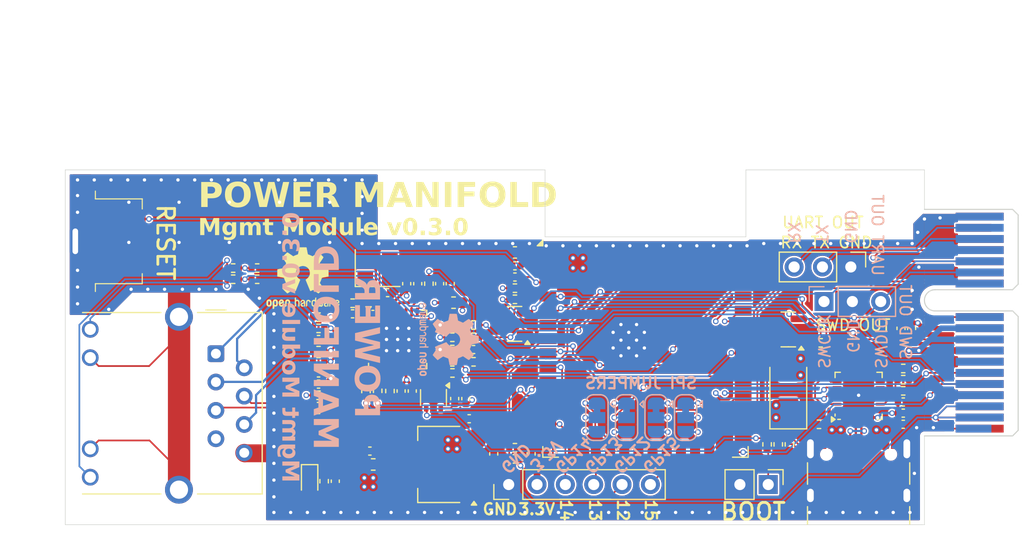
<source format=kicad_pcb>
(kicad_pcb (version 20240108) (generator "pcbnew") (generator_version "8.0")
  (title_block (date "2024-07-14") (rev "v0.3.0"))
  (layers (0 "F.Cu" signal) (1 "In1.Cu" power) (2 "In2.Cu" power) (31 "B.Cu" signal) (34 "B.Paste" user) (35 "F.Paste" user) (36 "B.SilkS" user "B.Silkscreen") (37 "F.SilkS" user "F.Silkscreen") (38 "B.Mask" user) (39 "F.Mask" user) (44 "Edge.Cuts" user))
  (net 0 "")
  (net 1 "GND")
  (net 2 "+3.3V")
  (net 3 "/RX_D+")
  (net 4 "/RX_D-")
  (net 5 "/3.45V")
  (net 6 "/~{RESET}")
  (net 7 "/SCL")
  (net 8 "/VIN")
  (net 9 "/RXD2")
  (net 10 "/OVERLOAD")
  (net 11 "/~{ALERT}")
  (net 12 "/SW_A0")
  (net 13 "+5V")
  (net 14 "/TXD2")
  (net 15 "/SDA")
  (net 16 "/SW_A1")
  (net 17 "/SWDIO")
  (net 18 "/SW_A2")
  (net 19 "/SWCLK")
  (net 20 "/~{I2C_RESET}")
  (net 21 "/TX_D-")
  (net 22 "/TX_D+")
  (net 23 "/D-")
  (net 24 "/D+")
  (net 25 "/RTS")
  (net 26 "Net-(Q1-B)")
  (net 27 "Net-(Q2-B)")
  (net 28 "/DTR")
  (net 29 "+3.3VA")
  (net 30 "/TXD0")
  (net 31 "/RXD0")
  (net 32 "Net-(D1-K)")
  (net 34 "Net-(J6-CC1)")
  (net 35 "Net-(J6-CC2)")
  (net 37 "/CKXTAL2")
  (net 38 "Net-(U1-AVDD10OUT)")
  (net 39 "Net-(U1-~{PHYRSTB})")
  (net 40 "Net-(U1-DVDD10OUT)")
  (net 41 "/CKXTAL1")
  (net 42 "Net-(J3-TCT)")
  (net 43 "Net-(U3-VO)")
  (net 44 "Net-(J3-RCT)")
  (net 45 "Net-(C26-Pad1)")
  (net 46 "Net-(D4-A)")
  (net 47 "/RXD_OUT")
  (net 50 "/TXD_OUT")
  (net 55 "Net-(J2-Pin_1)")
  (net 57 "Net-(J3-Pad9)")
  (net 58 "/GPIO12")
  (net 59 "/GPIO13")
  (net 60 "/GPIO15")
  (net 61 "/GPIO14")
  (net 62 "/REF_CLK_MCU")
  (net 63 "/EMAC_RXD1")
  (net 64 "/VIN_ADC1")
  (net 65 "/EMAC_TXD0")
  (net 66 "Net-(U1-TXD[0])")
  (net 67 "/EMAC_TXD1")
  (net 68 "Net-(U1-TXD[1])")
  (net 69 "Net-(U1-TXEN)")
  (net 70 "/EMAC_TX_EN")
  (net 71 "/EMAC_RXD0")
  (net 72 "Net-(U1-RXD[0])")
  (net 73 "Net-(U1-RXD[1])")
  (net 74 "/EMAC_RX_DV")
  (net 75 "Net-(U1-CRS{slash}CRS_DV)")
  (net 76 "/ETH_MDC")
  (net 77 "Net-(U1-MDC)")
  (net 78 "Net-(U1-MDIO)")
  (net 79 "/ETH_MDIO")
  (net 80 "Net-(U1-RSET)")
  (net 81 "Net-(U1-RXDV)")
  (net 82 "/LED_LINK")
  (net 83 "/LED_ACT")
  (net 84 "Net-(U5-VBUS)")
  (net 91 "/REF_CLK_ETH")
  (net 114 "Net-(J3-Pad12)")
  (footprint "Package_TO_SOT_SMD:SOT-223-3_TabPin2" (layer "F.Cu") (at 58.5 51.4 180)
    (property "Reference" "U3" (hide yes))
    (property "Value" "AMS1117-3.3")
  )
  (footprint "Resistor_SMD:R_0402_1005Metric" (layer "F.Cu") (at 92.55 47.8 180)
    (property "Reference" "R14" (hide yes))
    (property "Value" "100K")
  )
  (footprint "Capacitor_SMD:C_0402_1005Metric" (layer "F.Cu") (at 53.89 36)
    (property "Reference" "C6" (hide yes))
    (property "Value" "10pF")
  )
  (footprint "Resistor_SMD:R_0402_1005Metric" (layer "F.Cu") (at 47.7 39.2 180)
    (property "Reference" "R23" (hide yes))
    (property "Value" "49.9R")
  )
  (footprint "Capacitor_SMD:C_0402_1005Metric" (layer "F.Cu") (at 55.1 44.82 -90)
    (property "Reference" "C10" (hide yes))
    (property "Value" "1uF")
  )
  (footprint "Capacitor_SMD:C_0402_1005Metric" (layer "F.Cu") (at 52.3 50.2)
    (property "Reference" "C22" (hide yes))
    (property "Value" "100nF")
  )
  (footprint "Connector_PCBEdge:BUS_PCIexpress_x1" (layer "F.Cu") (at 106.95 48.19 90)
    (property "Reference" "J1" (hide yes))
    (property "Value" "Bus_PCI_Express_x1")
    (fp_line (start 19.65 -4.95) (end 19.65 2.95) (stroke (width 0.1)) (layer "Edge.Cuts"))
    (fp_line (start -0.65 -4.95) (end -0.65 2.95) (stroke (width 0.1)) (layer "Edge.Cuts"))
    (fp_line (start 12.45 -4) (end 12.45 2.95) (stroke (width 0.1)) (layer "Edge.Cuts"))
    (fp_line (start 10.55 -4) (end 10.55 2.95) (stroke (width 0.1)) (layer "Edge.Cuts"))
    (fp_line (start 19.65 2.95) (end 19.15 3.45) (stroke (width 0.1)) (layer "Edge.Cuts"))
    (fp_line (start 12.45 2.95) (end 12.95 3.45) (stroke (width 0.1)) (layer "Edge.Cuts"))
    (fp_line (start 10.55 2.95) (end 10.05 3.45) (stroke (width 0.1)) (layer "Edge.Cuts"))
    (fp_line (start -0.65 2.95) (end -0.15 3.45) (stroke (width 0.1)) (layer "Edge.Cuts"))
    (fp_line (start 12.95 3.45) (end 19.15 3.45) (stroke (width 0.1)) (layer "Edge.Cuts"))
    (fp_line (start -0.15 3.45) (end 10.05 3.45) (stroke (width 0.1)) (layer "Edge.Cuts"))
    (fp_arc (start 10.55 -4) (mid 11.5 -4.95) (end 12.45 -4) (stroke (width 0.1)) (layer "Edge.Cuts"))
  )
  (footprint "Capacitor_SMD:C_0402_1005Metric" (layer "F.Cu") (at 51.99 36 180)
    (property "Reference" "C1" (hide yes))
    (property "Value" "10pF")
  )
  (footprint "Capacitor_SMD:C_0402_1005Metric" (layer "F.Cu") (at 100.1 46.8)
    (property "Reference" "C32" (hide yes))
    (property "Value" "100nF")
  )
  (footprint "Capacitor_SMD:C_0402_1005Metric" (layer "F.Cu") (at 100.1 47.8)
    (property "Reference" "C34" (hide yes))
    (property "Value" "100nF")
  )
  (footprint "Capacitor_SMD:C_0402_1005Metric" (layer "F.Cu") (at 100.85 39.2 -90)
    (property "Reference" "C24" (hide yes))
    (property "Value" "10uF")
  )
  (footprint "Local Library:Yuandi_TS-1037-Ax" (layer "F.Cu") (at 25.7 31.4 90)
    (property "Reference" "SW1" (hide yes))
    (property "Value" "RESET")
  )
  (footprint "Resistor_SMD:R_0402_1005Metric" (layer "F.Cu") (at 87.9 49.6 90)
    (property "Reference" "R11" (hide yes))
    (property "Value" "10K")
  )
  (footprint "Resistor_SMD:R_0402_1005Metric" (layer "F.Cu") (at 65.3 49.9)
    (property "Reference" "R4" (hide yes))
    (property "Value" "1K")
  )
  (footprint "Capacitor_SMD:C_0402_1005Metric" (layer "F.Cu") (at 47.7 47.2)
    (property "Reference" "C20" (hide yes))
    (property "Value" "100nF")
  )
  (footprint "Package_TO_SOT_SMD:SOT-23" (layer "F.Cu") (at 89.8 39.3 180)
    (property "Reference" "Q1" (hide yes))
    (property "Value" "MMBT3904")
  )
  (footprint "Resistor_SMD:R_0402_1005Metric" (layer "F.Cu") (at 47.7 41.2 180)
    (property "Reference" "R24" (hide yes))
    (property "Value" "49.9R")
  )
  (footprint "Capacitor_SMD:C_0402_1005Metric" (layer "F.Cu") (at 60.9 45.5 90)
    (property "Reference" "C16" (hide yes))
    (property "Value" "1uF")
  )
  (footprint "Resistor_SMD:R_0402_1005Metric" (layer "F.Cu") (at 65.3 50.9 180)
    (property "Reference" "R3" (hide yes))
    (property "Value" "39K")
  )
  (footprint "LED_SMD:LED_0603_1608Metric" (layer "F.Cu") (at 46.9 52.9 -90)
    (property "Reference" "D4" (hide yes))
    (property "Value" "RED")
  )
  (footprint "Capacitor_SMD:C_0402_1005Metric" (layer "F.Cu") (at 61.2 47.3 180)
    (property "Reference" "C13" (hide yes))
    (property "Value" "10uF")
  )
  (footprint "Resistor_SMD:R_0402_1005Metric" (layer "F.Cu") (at 42.2 34.8)
    (property "Reference" "R30" (hide yes))
    (property "Value" "4.7K")
  )
  (footprint "RF_Module:ESP32-WROOM-32E" (layer "F.Cu") (at 77 37.8)
    (property "Reference" "U4" (hide yes))
    (property "Value" "ESP32-WROOM-32E")
  )
  (footprint "Resistor_SMD:R_0402_1005Metric" (layer "F.Cu") (at 51.95 44.82 90)
    (property "Reference" "R8" (hide yes))
    (property "Value" "22R")
  )
  (footprint "Resistor_SMD:R_0402_1005Metric" (layer "F.Cu") (at 61.59 38.9)
    (property "Reference" "R13" (hide yes))
    (property "Value" "22R")
  )
  (footprint "Package_TO_SOT_SMD:SOT-23" (layer "F.Cu") (at 65.2625 38.8 180)
    (property "Reference" "Q2" (hide yes))
    (property "Value" "MMBT3904")
  )
  (footprint "Capacitor_SMD:C_0402_1005Metric" (layer "F.Cu") (at 100.1 45.8)
    (property "Reference" "C33" (hide yes))
    (property "Value" "1uF")
  )
  (footprint "Inductor_SMD:L_0603_1608Metric" (layer "F.Cu") (at 59.8 36.9 180)
    (property "Reference" "L1" (hide yes))
    (property "Value" "600R")
  )
  (footprint "Resistor_SMD:R_0402_1005Metric" (layer "F.Cu") (at 92.7 40.5 180)
    (property "Reference" "R20" (hide yes))
    (property "Value" "10K")
  )
  (footprint "Resistor_SMD:R_0402_1005Metric" (layer "F.Cu") (at 59.69 42.2 180)
    (property "Reference" "R6" (hide yes))
    (property "Value" "22R")
  )
  (footprint "Package_TO_SOT_SMD:SOT-353_SC-70-5" (layer "F.Cu") (at 58 45.4 -90)
    (property "Reference" "U2" (hide yes))
    (property "Value" "74LVC1G14")
  )
  (footprint "Capacitor_SMD:C_0402_1005Metric" (layer "F.Cu") (at 56.59 35.2 -90)
    (property "Reference" "C5" (hide yes))
    (property "Value" "100nF")
  )
  (footprint "Connector_PinHeader_2.54mm:PinHeader_1x02_P2.54mm_Vertical" (layer "F.Cu") (at 88 53.2 -90)
    (property "Reference" "J2" (hide yes))
    (property "Value" "BOOT")
  )
  (footprint "Resistor_SMD:R_0402_1005Metric" (layer "F.Cu") (at 57.59 35.2 -90)
    (property "Reference" "R10" (hide yes))
    (property "Value" "22R")
  )
  (footprint "Resistor_SMD:R_0402_1005Metric" (layer "F.Cu") (at 42.2 33.8 180)
    (property "Reference" "R29" (hide yes))
    (property "Value" "4.7K")
  )
  (footprint "Resistor_SMD:R_0402_1005Metric" (layer "F.Cu") (at 59.69 38.9 180)
    (property "Reference" "R18" (hide yes))
    (property "Value" "10K")
  )
  (footprint "Capacitor_SMD:C_0402_1005Metric" (layer "F.Cu") (at 59.9 45.5 90)
    (property "Reference" "C14" (hide yes))
    (property "Value" "100nF")
  )
  (footprint "Capacitor_SMD:C_0402_1005Metric" (layer "F.Cu") (at 47.7 46.2)
    (property "Reference" "C18" (hide yes))
    (property "Value" "100nF")
  )
  (footprint "Package_DFN_QFN:QFN-24-1EP_4x4mm_P0.5mm_EP2.6x2.6mm" (layer "F.Cu") (at 96.1 45.25 90)
    (property "Reference" "U5" (hide yes))
    (property "Value" "CH9102F")
  )
  (footprint "Resistor_SMD:R_0402_1005Metric" (layer "F.Cu") (at 50.75 36.95)
    (property "Reference" "R15" (hide yes))
    (property "Value" "2.49K 1%")
  )
  (footprint "Resistor_SMD:R_0402_1005Metric" (layer "F.Cu") (at 59.69 40 180)
    (property "Reference" "R17" (hide yes))
    (property "Value" "10K")
  )
  (footprint "Resistor_SMD:R_0402_1005Metric" (layer "F.Cu") (at 100.1 44.8)
    (property "Reference" "R32" (hide yes))
    (property "Value" "47K")
  )
  (footprint "Resistor_SMD:R_0402_1005Metric" (layer "F.Cu") (at 61.59 42.2 180)
    (property "Reference" "R7" (hide yes))
    (property "Value" "22R")
  )
  (footprint "Resistor_SMD:R_0402_1005Metric" (layer "F.Cu") (at 61.59 40)
    (property "Reference" "R12" (hide yes))
    (property "Value" "22R")
  )
  (footprint "Capacitor_SMD:C_0402_1005Metric" (layer "F.Cu") (at 47.7 44.2 180)
    (property "Reference" "C4" (hide yes))
    (property "Value" "1uF")
  )
  (footprint "Capacitor_SMD:C_0402_1005Metric" (layer "F.Cu") (at 59.5 35.2 90)
    (property "Reference" "C9" (hide yes))
    (property "Value" "1uF")
  )
  (footprint "Resistor_SMD:R_0402_1005Metric" (layer "F.Cu") (at 40.05 33.8)
    (property "Reference" "R27" (hide yes))
    (property "Value" "220R")
  )
  (footprint "Resistor_SMD:R_0402_1005Metric" (layer "F.Cu") (at 54.1 44.82 90)
    (property "Reference" "R1" (hide yes))
    (property "Value" "4.7K")
  )
  (footprint "Resistor_SMD:R_0402_1005Metric" (layer "F.Cu") (at 47.7 38.2 180)
    (property "Reference" "R22" (hide yes))
    (property "Value" "49.9R")
  )
  (footprint "Diode_SMD:D_SMA" (layer "F.Cu") (at 89.8 44.7 90)
    (property "Reference" "D1" (hide yes))
    (property "Value" "SS54")
  )
  (footprint "Capacitor_SMD:C_0402_1005Metric" (layer "F.Cu") (at 61.59 41.1)
    (property "Reference" "C3" (hide yes))
    (property "Value" "100nF")
  )
  (footprint "Inductor_SMD:L_0603_1608Metric" (layer "F.Cu") (at 52.6 51.4 180)
    (property "Reference" "L2" (hide yes))
    (property "Value" "600R")
  )
  (footprint "Capacitor_SMD:C_0402_1005Metric" (layer "F.Cu") (at 63.4 50.45 90)
    (property "Reference" "C19" (hide yes))
    (property "Value" "10uF")
  )
  (footprint "Resistor_SMD:R_0402_1005Metric" (layer "F.Cu") (at 48.2 52.9 -90)
    (property "Reference" "R26" (hide yes))
    (property "Value" "4.7K")
  )
  (footprint "Capacitor_SMD:C_0402_1005Metric" (layer "F.Cu") (at 47.7 43.2 180)
    (property "Reference" "C7" (hide yes))
    (property "Value" "100nF")
  )
  (footprint "Capacitor_SMD:C_0402_1005Metric" (layer "F.Cu") (at 50.75 37.9)
    (property "Reference" "C2" (hide yes))
    (property "Value" "100nF")
  )
  (footprint "Resistor_SMD:R_0402_1005Metric" (layer "F.Cu") (at 40.05 34.8 180)
    (property "Reference" "R28" (hide yes))
    (property "Value" "4.7K")
  )
  (footprint "Capacitor_SMD:C_0402_1005Metric" (layer "F.Cu") (at 58.55 35.2 90)
    (property "Reference" "C21" (hide yes))
    (property "Value" "100nF")
  )
  (footprint "Capacitor_SMD:C_0402_1005Metric" (layer "F.Cu") (at 65.3 34.6 180)
    (property "Reference" "C11" (hide yes))
    (property "Value" "1uF")
  )
  (footprint "Capacitor_SMD:C_0402_1005Metric" (layer "F.Cu") (at 49.2 52.9 -90)
    (property "Reference" "C12" (hide yes))
    (property "Value" "100nF")
  )
  (footprint "Capacitor_SMD:C_0402_1005Metric" (layer "F.Cu") (at 66.75 50.45 90)
    (property "Reference" "C35" (hide yes))
    (property "Value" "10uF")
  )
  (footprint "Symbol:OSHW-Logo2_7.3x6mm_SilkScreen" (layer "F.Cu") (at 46.3 34.7)
    (property "Reference" "REF**" (hide yes))
    (property "Value" "OSHW-Logo2_7.3x6mm_SilkScreen" (hide yes))
  )
  (footprint "Resistor_SMD:R_0402_1005Metric" (layer "F.Cu") (at 65.3 35.6 180)
    (property "Reference" "R16" (hide yes))
    (property "Value" "10K")
  )
  (footprint "Capacitor_SMD:C_0402_1005Metric" (layer "F.Cu") (at 47.7 40.2 180)
    (property "Reference" "C26" (hide yes))
    (property "Value" "100nF")
  )
  (footprint "Resistor_SMD:R_0402_1005Metric" (layer "F.Cu") (at 53 44.8 90)
    (property "Reference" "R9" (hide yes))
    (property "Value" "22R")
  )
  (footprint "Connector_PinHeader_2.54mm:PinHeader_1x03_P2.54mm_Vertical" (layer "F.Cu") (at 95.4 33.7 -90)
    (property "Reference" "J7" (hide yes))
    (property "Value" "UART")
  )
  (footprint "Capacitor_SMD:C_0603_1608Metric" (layer "F.Cu") (at 65.3 32.4)
    (property "Reference" "C31" (hide yes))
    (property "Value" "22uF")
  )
  (footprint "Connector_RJ:RJ45_Hanrun_HR911105A_Horizontal" (layer "F.Cu") (at 38.5 41.475 -90)
    (property "Reference" "J3" (hide yes))
    (property "Value" "RJ45_Hanrun_HR913550A_Horizontal")
  )
  (footprint "Connector_USB:USB_C_Receptacle_XKB_U262-16XN-4BVC11" (layer "F.Cu") (at 96.1 53.1)
    (property "Reference" "J6" (hide yes))
    (property "Value" "USB_C")
  )
  (footprint "Capacitor_SMD:C_0402_1005Metric" (layer "F.Cu") (at 65.3 33.6)
    (property "Reference" "C30" (hide yes))
    (property "Value" "100nF")
  )
  (footprint "Connector_PinHeader_2.54mm:PinHeader_1x06_P2.54mm_Vertical" (layer "F.Cu") (at 64.74 53.2 90)
    (property "Reference" "J4" (hide yes))
    (property "Value" "GPIO")
  )
  (footprint "Resistor_SMD:R_0402_1005Metric" (layer "F.Cu") (at 47.7 42.2 180)
    (property "Reference" "R25" (hide yes))
    (property "Value" "49.9R")
  )
  (footprint "Resistor_SMD:R_0402_1005Metric" (layer "F.Cu") (at 100.1 42.8 180)
    (property "Reference" "R33" (hide yes))
    (property "Value" "47K")
  )
  (footprint "Crystal:Crystal_SMD_3225-4Pin_3.2x2.5mm" (layer "F.Cu") (at 52.99 33.8)
    (property "Reference" "Y1" (hide yes))
    (property "Value" "25MHz")
  )
  (footprint "Resistor_SMD:R_0402_1005Metric" (layer "F.Cu") (at 88.9 49.6 90)
    (property "Reference" "R35" (hide yes))
    (property "Value" "5.1K")
  )
  (footprint "Resistor_SMD:R_0402_1005Metric" (layer "F.Cu") (at 89.9 49.6 90)
    (property "Reference" "R34" (hide yes))
    (property "Value" "5.1K")
  )
  (footprint "Capacitor_SMD:C_0402_1005Metric" (layer "F.Cu") (at 55.6 35.2 90)
    (property "Reference" "C17" (hide yes))
    (property "Value" "1uF")
  )
  (footprint "Resistor_SMD:R_0402_1005Metric" (layer "F.Cu") (at 100.1 43.8 180)
    (property "Reference" "R31" (hide yes))
    (property "Value" "47K")
  )
  (footprint "Resistor_SMD:R_0402_1005Metric" (layer "F.Cu") (at 59.7 43.2 180)
    (property "Reference" "R5" (hide yes))
    (property "Value" "22R")
  )
  (footprint "Capacitor_SMD:C_0402_1005Metric" (layer "F.Cu") (at 56.1 44.82 -90)
    (property "Reference" "C8" (hide yes))
    (property "Value" "100nF")
  )
  (footprint "Package_DFN_QFN:QFN-32-1EP_5x5mm_P0.5mm_EP3.6x3.6mm_ThermalVias" (layer "F.Cu") (at 54.79 40.2)
    (property "Reference" "U1" (hide yes))
    (property "Value" "RTL8201F-VB-CG")
  )
  (footprint "Resistor_SMD:R_0402_1005Metric" (layer "F.Cu") (at 65.3 36.6)
    (property "Reference" "R21" (hide yes))
    (property "Value" "10K")
  )
  (footprint "Capacitor_SMD:C_0402_1005Metric" (layer "F.Cu") (at 99.9 39.2 -90)
    (property "Reference" "C15" (hide yes))
    (property "Value" "100nF")
  )
  (footprint "Resistor_SMD:R_0402_1005Metric" (layer "F.Cu") (at 59.69 41.1)
    (property "Reference" "R2" (hide yes))
    (property "Value" "4.7K")
  )
  (footprint "Resistor_SMD:R_0402_1005Metric" (layer "F.Cu") (at 47.7 45.2 180)
    (property "Reference" "R19" (hide yes))
    (property "Value" "10K")
  )
  (footprint "Jumper:SolderJumper-3_P1.3mm_Bridged12_RoundedPad1.0x1.5mm" (layer "B.Cu") (at 77.95 47.2 -90)
    (property "Reference" "JP2" (hide yes))
    (property "Value" "RXD")
  )
  (footprint "Jumper:SolderJumper-3_P1.3mm_Bridged12_RoundedPad1.0x1.5mm" (layer "B.Cu") (at 80.6 47.2 -90)
    (property "Reference" "JP1" (hide yes))
    (property "Value" "TXD")
  )
  (footprint "Jumper:SolderJumper-3_P1.3mm_Bridged12_RoundedPad1.0x1.5mm" (layer "B.Cu") (at 72.65 47.2 -90)
    (property "Reference" "JP4" (hide yes))
    (property "Value" "SW_A2")
  )
  (footprint "Connector_PinHeader_2.54mm:PinHeader_1x03_P2.54mm_Vertical" (layer "B.Cu") (at 93 36.8 -90)
    (property "Reference" "J5" (hide yes))
    (property "Value" "SWD")
  )
  (footprint "Jumper:SolderJumper-3_P1.3mm_Bridged12_RoundedPad1.0x1.5mm" (layer "B.Cu") (at 75.3 47.2 -90)
    (property "Reference" "JP3" (hide yes))
    (property "Value" "SW_A1")
  )
  (footprint "Symbol:OSHW-Logo2_7.3x6mm_SilkScreen" (layer "B.Cu") (at 59.3 40.2 90)
    (property "Reference" "REF**" (hide yes))
    (property "Value" "OSHW-Logo2_7.3x6mm_SilkScreen" (hide yes))
  )
  (gr_line (start 86 25) (end 102 25) (stroke (width 0.05)) (layer "Edge.Cuts"))
  (gr_line (start 102 25) (end 102 28.54) (stroke (width 0.05)) (layer "Edge.Cuts"))
  (gr_line (start 102 56.8) (end 102 48.84) (stroke (width 0.05)) (layer "Edge.Cuts"))
  (gr_line (start 86 31) (end 86 25) (stroke (width 0.05)) (layer "Edge.Cuts"))
  (gr_line (start 25 25) (end 25 56.8) (stroke (width 0.05)) (layer "Edge.Cuts"))
  (gr_line (start 25 25) (end 68 25) (stroke (width 0.05)) (layer "Edge.Cuts"))
  (gr_line (start 68 25) (end 68 31) (stroke (width 0.05)) (layer "Edge.Cuts"))
  (gr_line (start 68 31) (end 86 31) (stroke (width 0.05)) (layer "Edge.Cuts"))
  (gr_line (start 25 56.8) (end 102 56.8) (stroke (width 0.05)) (layer "Edge.Cuts"))
  (gr_text "GP12" (at 73.9 51.6 225) (layer "B.SilkS") (effects (font (size 1 1) (thickness 0.2) (bold yes)) (justify left bottom mirror)))
  (gr_text "3.3V" (at 66.4 51.4 225) (layer "B.SilkS") (effects (font (size 1 1) (thickness 0.2) (bold yes)) (justify left bottom mirror)))
  (gr_text "TX" (at 92.2 31.7 270) (layer "B.SilkS") (effects (font (size 1 1)) (justify left bottom mirror)))
  (gr_text "GND" (at 94.8 31.7 -90) (layer "B.SilkS") (effects (font (size 1 1)) (justify left bottom mirror)))
  (gr_text "GND" (at 95 41.5 -90) (layer "B.SilkS") (effects (font (size 1 1)) (justify left bottom mirror)))
  (gr_text "POWER\nMANIFOLD" (at 46.9 40.9 270) (layer "B.SilkS") (effects (font (size 2.2 2.2) (thickness 0.5) (bold yes) (italic yes)) (justify bottom mirror)))
  (gr_text "GP15" (at 76.5 51.6 225) (layer "B.SilkS") (effects (font (size 1 1) (thickness 0.2) (bold yes)) (justify left bottom mirror)))
  (gr_text "GP14" (at 68.65 51.6 225) (layer "B.SilkS") (effects (font (size 1 1) (thickness 0.2) (bold yes)) (justify left bottom mirror)))
  (gr_text "UART OUT" (at 97.2 34.6 270) (layer "B.SilkS") (effects (font (size 1 1)) (justify left bottom mirror)))
  (gr_text "SWCLK" (at 92.4 42.9 270) (layer "B.SilkS") (effects (font (size 1 1)) (justify left bottom mirror)))
  (gr_text "SPI JUMPERS" (at 76.6 44.7 0) (layer "B.SilkS") (effects (font (size 1 1) (thickness 0.2) (bold yes)) (justify bottom mirror)))
  (gr_text "SWD OUT" (at 99.7 42.1 -90) (layer "B.SilkS") (effects (font (size 1 1)) (justify left bottom mirror)))
  (gr_text "Mgmt Module ${REVISION}" (at 44.2 40.9 270) (layer "B.SilkS") (effects (font (size 1.5 1.5) (thickness 0.3) (bold yes)) (justify bottom mirror)))
  (gr_text "RX" (at 89.7 31.7 270) (layer "B.SilkS") (effects (font (size 1 1)) (justify left bottom mirror)))
  (gr_text "GND" (at 63.8 51.6 225) (layer "B.SilkS") (effects (font (size 1 1) (thickness 0.2) (bold yes)) (justify left bottom mirror)))
  (gr_text "GP13" (at 71.3 51.6 225) (layer "B.SilkS") (effects (font (size 1 1) (thickness 0.2) (bold yes)) (justify left bottom mirror)))
  (gr_text "SWDIO" (at 97.5 42.9 -90) (layer "B.SilkS") (effects (font (size 1 1)) (justify left bottom mirror)))
  (gr_text "15" (at 76.9 54.425 270) (layer "F.SilkS") (effects (font (size 1 1) (thickness 0.2) (bold yes)) (justify left bottom)))
  (gr_text "3.3V" (at 65.5 56 0) (layer "F.SilkS") (effects (font (size 1 1) (thickness 0.2) (bold yes)) (justify left bottom)))
  (gr_text "RX TX GND" (at 89 32.1 0) (layer "F.SilkS") (effects (font (size 1 1)) (justify left bottom)))
  (gr_text "14" (at 69.3 54.425 270) (layer "F.SilkS") (effects (font (size 1 1) (thickness 0.2) (bold yes)) (justify left bottom)))
  (gr_text "BOOT" (at 83.6 56.5 0) (layer "F.SilkS") (effects (font (size 1.5 1.5) (thickness 0.25) (bold yes)) (justify left bottom)))
  (gr_text "SWD OUT" (at 95.6 39.5 0) (layer "F.SilkS") (effects (font (size 1 1)) (justify bottom)))
  (gr_text "GND" (at 62.3 56 0) (layer "F.SilkS") (effects (font (size 1 1) (thickness 0.2) (bold yes)) (justify left bottom)))
  (gr_text "13" (at 71.9 54.425 270) (layer "F.SilkS") (effects (font (size 1 1) (thickness 0.2) (bold yes)) (justify left bottom)))
  (gr_text "RESET" (at 33.1 31.5 270) (layer "F.SilkS") (effects (font (size 1.5 1.5) (thickness 0.25) (bold yes)) (justify bottom)))
  (gr_text "POWER MANIFOLD" (at 36.9 28.7 0) (layer "F.SilkS") (effects (font (size 2.2 2.2) (thickness 0.5) (bold yes) (italic yes)) (justify left bottom)))
  (gr_text "12" (at 74.4 54.425 270) (layer "F.SilkS") (effects (font (size 1 1) (thickness 0.2) (bold yes)) (justify left bottom)))
  (gr_text "Mgmt Module ${REVISION}" (at 36.9 31.1 0) (layer "F.SilkS") (effects (font (size 1.5 1.5) (thickness 0.3) (bold yes)) (justify left bottom)))
  (gr_text "UART OUT" (at 92.9 30.3 0) (layer "F.SilkS") (effects (font (size 1 1)) (justify bottom)))
  (segment (start 27.24 50) (end 27.99 49.25) (width 0.15) (layer "F.Cu") (net 1))
  (segment (start 35.2 38.18) (end 35.2 53.65) (width 2) (layer "F.Cu") (net 1))
  (segment (start 32.547766 49.25) (end 35.19 51.892234) (width 0.15) (layer "F.Cu") (net 1))
  (segment (start 27.99 49.25) (end 32.547766 49.25) (width 0.15) (layer "F.Cu") (net 1))
  (segment (start 41.04 50.355) (end 41.085 50.4) (width 1.6) (layer "F.Cu") (net 1))
  (segment (start 55.25 38.95) (end 56.3 38.95) (width 0.15) (layer "F.Cu") (net 1))
  (segment (start 27.24 41.83) (end 27.99 42.58) (width 0.15) (layer "F.Cu") (net 1))
  (segment (start 41.085 50.4) (end 43.4 50.4) (width 1.6) (layer "F.Cu") (net 1))
  (segment (start 32.517716 42.58) (end 35.19 39.907716) (width 0.15) (layer "F.Cu") (net 1))
  (segment (start 35.2 35) (end 35.2 38.16) (width 2) (layer "F.Cu") (net 1))
  (segment (start 27.99 42.58) (end 32.517716 42.58) (width 0.15) (layer "F.Cu") (net 1))
  (segment (start 35.19 39.907716) (end 35.19 38.17) (width 0.15) (layer "F.Cu") (net 1))
  (via (at 43.7 46.8) (size 0.5) (drill 0.3) (layers "F.Cu" "B.Cu") (net 1))
  (via (at 29.1 25.9) (size 0.5) (drill 0.3) (layers "F.Cu" "B.Cu") (net 1))
  (via (at 69.2 55.7) (size 0.5) (drill 0.3) (layers "F.Cu" "B.Cu") (net 1))
  (via (at 38.1 25.9) (size 0.5) (drill 0.3) (layers "F.Cu" "B.Cu") (net 1))
  (via (at 26.1 27.3) (size 0.5) (drill 0.3) (layers "F.Cu" "B.Cu") (net 1))
  (via (at 32.1 25.9) (size 0.5) (drill 0.3) (layers "F.Cu" "B.Cu") (net 1))
  (via (at 41.4 35.7) (size 0.5) (drill 0.3) (layers "F.Cu" "B.Cu") (net 1))
  (via (at 84.6 31.8) (size 0.5) (drill 0.3) (layers "F.Cu" "B.Cu") (net 1))
  (via (at 74.1 31.8) (size 0.5) (drill 0.3) (layers "F.Cu" "B.Cu") (net 1))
  (via (at 96.6 31.6) (size 0.5) (drill 0.3) (layers "F.Cu" "B.Cu") (net 1))
  (via (at 57.6 31.6) (size 0.5) (drill 0.3) (layers "F.Cu" "B.Cu") (net 1))
  (via (at 75.2 55.7) (size 0.5) (drill 0.3) (layers "F.Cu" "B.Cu") (net 1))
  (via (at 103.4 29.3) (size 0.5) (drill 0.3) (layers "F.Cu" "B.Cu") (net 1))
  (via (at 93.6 31.6) (size 0.5) (drill 0.3) (layers "F.Cu" "B.Cu") (net 1))
  (via (at 48.7 27.9) (size 0.5) (drill 0.3) (layers "F.Cu" "B.Cu") (net 1))
  (via (at 89.1 31.6) (size 0.5) (drill 0.3) (layers "F.Cu" "B.Cu") (net 1))
  (via (at 60.2 55.7) (size 0.5) (drill 0.3) (layers "F.Cu" "B.Cu") (net 1))
  (via (at 43.7 51.3) (size 0.5) (drill 0.3) (layers "F.Cu" "B.Cu") (net 1))
  (via (at 53.1 31.6) (size 0.5) (drill 0.3) (layers "F.Cu" "B.Cu") (net 1))
  (via (at 64.7 55.7) (size 0.5) (drill 0.3) (layers "F.Cu" "B.Cu") (net 1))
  (via (at 59.1 31.6) (size 0.5) (drill 0.3) (layers "F.Cu" "B.Cu") (net 1))
  (via (at 94.7 55.7) (size 0.5) (drill 0.3) (layers "F.Cu" "B.Cu") (net 1))
  (via (at 75.6 31.8) (size 0.5) (drill 0.3) (layers "F.Cu" "B.Cu") (net 1))
  (via (at 65.1 31.6) (size 0.5) (drill 0.3) (layers "F.Cu" "B.Cu") (net 1))
  (via (at 41.1 25.9) (size 0.5) (drill 0.3) (layers "F.Cu" "B.Cu") (net 1))
  (via (at 44.2 31.5) (size 0.5) (drill 0.3) (layers "F.Cu" "B.Cu") (net 1))
  (via (at 51.6 25.9) (size 0.5) (drill 0.3) (layers "F.Cu" "B.Cu") (net 1))
  (via (at 85.7 55.7) (size 0.5) (drill 0.3) (layers "F.Cu" "B.Cu") (net 1))
  (via (at 33.9 35.7) (size 0.5) (drill 0.3) (layers "F.Cu" "B.Cu") (net 1))
  (via (at 82.7 55.7) (size 0.5) (drill 0.3) (layers "F.Cu" "B.Cu") (net 1))
  (via (at 26.1 34) (size 0.5) (drill 0.3) (layers "F.Cu" "B.Cu") (net 1))
  (via (at 45.6 25.9) (size 0.5) (drill 0.3) (layers "F.Cu" "B.Cu") (net 1))
  (via (at 43.7 52.8) (size 0.5) (drill 0.3) (layers "F.Cu" "B.Cu") (net 1))
  (via (at 28.9 37.5) (size 0.5) (drill 0.3) (layers "F.Cu" "B.Cu") (net 1))
  (via (at 35.1 25.9) (size 0.5) (drill 0.3) (layers "F.Cu" "B.Cu") (net 1))
  (via (at 78.2 55.7) (size 0.5) (drill 0.3) (layers "F.Cu" "B.Cu") (net 1))
  (via (at 27.6 25.9) (size 0.5) (drill 0.3) (layers "F.Cu" "B.Cu") (net 1))
  (via (at 72.2 55.7) (size 0.5) (drill 0.3) (layers "F.Cu" "B.Cu") (net 1))
  (via (at 87.2 55.7) (size 0.5) (drill 0.3) (layers "F.Cu" "B.Cu") (net 1))
  (via (at 81.2 55.7) (size 0.5) (drill 0.3) (layers "F.Cu" "B.Cu") (net 1))
  (via (at 102.8 48.1) (size 0.5) (drill 0.3) (layers "F.Cu" "B.Cu") (net 1))
  (via (at 101.5 33.715) (size 0.5) (drill 0.3) (layers "F.Cu" "B.Cu") (net 1))
  (via (at 51.6 30.4) (size 0.5) (drill 0.3) (layers "F.Cu" "B.Cu") (net 1))
  (via (at 83.1 31.8) (size 0.5) (drill 0.3) (layers "F.Cu" "B.Cu") (net 1))
  (via (at 26.1 25.9) (size 0.5) (drill 0.3) (layers "F.Cu" "B.Cu") (net 1))
  (via (at 100.9 31.6) (size 0.5) (drill 0.3) (layers "F.Cu" "B.Cu") (net 1))
  (via (at 48.6 25.9) (size 0.5) (drill 0.3) (layers "F.Cu" "B.Cu") (net 1))
  (via (at 66.6 31.6) (size 0.5) (drill 0.3) (layers "F.Cu" "B.Cu") (net 1))
  (via (at 100.9 35.8) (size 0.5) (drill 0.3) (layers "F.Cu" "B.Cu") (net 1))
  (via (at 44.2 27.9) (size 0.5) (drill 0.3) (layers "F.Cu" "B.Cu") (net 1))
  (via (at 43.7 55.7) (size 0.5) (drill 0.3) (layers "F.Cu" "B.Cu") (net 1))
  (via (at 62.1 31.6) (size 0.5) (drill 0.3) (layers "F.Cu" "B.Cu") (net 1))
  (via (at 42.4 36.5) (size 0.5) (drill 0.3) (layers "F.Cu" "B.Cu") (net 1))
  (via (at 77.1 31.8) (size 0.5) (drill 0.3) (layers "F.Cu" "B.Cu") (net 1))
  (via (at 43.7 49.8) (size 0.5) (drill 0.3) (layers "F.Cu" "B.Cu") (net 1))
  (via (at 90.6 31.6) (size 0.5) (drill 0.3) (layers "F.Cu" "B.Cu") (net 1))
  (via (at 60.6 31.6) (size 0.5) (drill 0.3) (layers "F.Cu" "B.Cu") (net 1))
  (via (at 43.7 45.3) (size 0.5) (drill 0.3) (layers "F.Cu" "B.Cu") (net 1))
  (via (at 91.7 55.7) (size 0.5) (drill 0.3) (layers "F.Cu" "B.Cu") (net 1))
  (via (at 54.2 55.7) (size 0.5) (drill 0.3) (layers "F.Cu" "B.Cu") (net 1))
  (via (at 30.6 25.9) (size 0.5) (drill 0.3) (layers "F.Cu" "B.Cu") (net 1))
  (via (at 93.2 55.7) (size 0.5) (drill 0.3) (layers "F.Cu" "B.Cu") (net 1))
  (via (at 99.6 31.6) (size 0.5) (drill 0.3) (layers "F.Cu" "B.Cu") (net 1))
  (via (at 87.6 31.6) (size 0.5) (drill 0.3) (layers "F.Cu" "B.Cu") (net 1))
  (via (at 101.3 48.1) (size 0.5) (drill 0.3) (layers "F.Cu" "B.Cu") (net 1))
  (via (at 43.7 42.3) (size 0.5) (drill 0.3) (layers "F.Cu" "B.Cu") (net 1))
  (via (at 81.6 31.8) (size 0.5) (drill 0.3) (layers "F.Cu" "B.Cu") (net 1))
  (via (at 88.7 55.7) (size 0.5) (drill 0.3) (layers "F.Cu" "B.Cu") (net 1))
  (via (at 26.1 28.8) (size 0.5) (drill 0.3) (layers "F.Cu" "B.Cu") (net 1))
  (via (at 101.1 52.2) (size 0.5) (drill 0.3) (layers "F.Cu" "B.Cu") (net 1))
  (via (at 54.6 31.6) (size 0.5) (drill 0.3) (layers "F.Cu" "B.Cu") (net 1))
  (via (at 26.1 37) (size 0.5) (drill 0.3) (layers "F.Cu" "B.Cu") (net 1))
  (via (at 80.1 31.8) (size 0.5) (drill 0.3) (layers "F.Cu" "B.Cu") (net 1))
  (via (at 78.6 31.8) (size 0.5) (drill 0.3) (layers "F.Cu" "B.Cu") (net 1))
  (via (at 35.2 27.9) (size 0.5) (drill 0.3) (layers "F.Cu" "B.Cu") (net 1))
  (via (at 43.7 54.3) (size 0.5) (drill 0.3) (layers "F.Cu" "B.Cu") (net 1))
  (via (at 100.7 55.7) (size 0.5) (drill 0.3) (layers "F.Cu" "B.Cu") (net 1))
  (via (at 30.9 35.7) (size 0.5) (drill 0.3) (layers "F.Cu" "B.Cu") (net 1))
  (via (at 48.2 55.7) (size 0.5) (drill 0.3) (layers "F.Cu" "B.Cu") (net 1))
  (via (at 43.7 39.4) (size 0.5) (drill 0.3) (layers "F.Cu" "B.Cu") (net 1))
  (via (at 56.1 31.6) (size 0.5) (drill 0.3) (layers "F.Cu" "B.Cu") (net 1))
  (via (at 39.6 25.9) (size 0.5) (drill 0.3) (layers "F.Cu" "B.Cu") (net 1))
  (via (at 58.7 55.7) (size 0.5) (drill 0.3) (layers "F.Cu" "B.Cu") (net 1))
  (via (at 46.7 55.7) (size 0.5) (drill 0.3) (layers "F.Cu" "B.Cu") (net 1))
  (via (at 37 35.7) (size 0.5) (drill 0.3) (layers "F.Cu" "B.Cu") (net 1))
  (via (at 36.6 25.9) (size 0.5) (drill 0.3) (layers "F.Cu" "B.Cu") (net 1))
  (via (at 70.7 55.7) (size 0.5) (drill 0.3) (layers "F.Cu" "B.Cu") (net 1))
  (via (at 96.2 55.7) (size 0.5) (drill 0.3) (layers "F.Cu" "B.Cu") (net 1))
  (via (at 101.4 30.6) (size 0.5) (drill 0.3) (layers "F.Cu" "B.Cu") (net 1))
  (via (at 35.2 31.5) (size 0.5) (drill 0.3) (layers "F.Cu" "B.Cu") (net 1))
  (via (at 30.7 31.5) (size 0.5) (drill 0.3) (layers "F.Cu" "B.Cu") (net 1))
  (via (at 51.6 31.6) (size 0.5) (drill 0.3) (layers "F.Cu" "B.Cu") (net 1))
  (via (at 68.1 31.8) (size 0.5) (drill 0.3) (layers "F.Cu" "B.Cu") (net 1))
  (via (at 76.7 55.7) (size 0.5) (drill 0.3) (layers "F.Cu" "B.Cu") (net 1))
  (via (at 35.5 35.7) (size 0.5) (drill 0.3) (layers "F.Cu" "B.Cu") (net 1))
  (via (at 86.1 31.8) (size 0.5) (drill 0.3) (layers "F.Cu" "B.Cu") (net 1))
  (via (at 42.6 25.9) (size 0.5) (drill 0.3) (layers "F.Cu" "B.Cu") (net 1))
  (via (at 51.2 55.7) (size 0.5) (drill 0.3) (layers "F.Cu" "B.Cu") (net 1))
  (via (at 100.9 37.5) (size 0.5) (drill 0.3) (layers "F.Cu" "B.Cu") (net 1))
  (via (at 79.7 55.7) (size 0.5) (drill 0.3) (layers "F.Cu" "B.Cu") (net 1))
  (via (at 47.1 25.9) (size 0.5) (drill 0.3) (layers "F.Cu" "B.Cu") (net 1))
  (via (at 49.7 55.7) (size 0.5) (drill 0.3) (layers "F.Cu" "B.Cu") (net 1))
  (via (at 39.7 31.5) (size 0.5) (drill 0.3) (layers "F.Cu" "B.Cu") (net 1))
  (via (at 50.1 25.9) (size 0.5) (drill 0.3) (layers "F.Cu" "B.Cu") (net 1))
  (via (at 33.6 25.9) (size 0.5) (drill 0.3) (layers "F.Cu" "B.Cu") (net 1))
  (via (at 52.7 55.7) (size 0.5) (drill 0.3) (layers "F.Cu" "B.Cu") (net 1))
  (via (at 51.6 27.4) (size 0.5) (drill 0.3) (layers "F.Cu" "B.Cu") (net 1))
  (via (at 99.2 55.7) (size 0.5) (drill 0.3) (layers "F.Cu" "B.Cu") (net 1))
  (via (at 71.1 31.8) (size 0.5) (drill 0.3) (layers "F.Cu" "B.Cu") (net 1))
  (via (at 92.1 31.6) (size 0.5) (drill 0.3) (layers "F.Cu" "B.Cu") (net 1))
  (via (at 43.7 48.3) (size 0.5) (drill 0.3) (layers "F.Cu" "B.Cu") (net 1))
  (via (at 39.7 27.9) (size 0.5) (drill 0.3) (layers "F.Cu" "B.Cu") (net 1))
  (via (at 69.6 31.8) (size 0.5) (drill 0.3) (layers "F.Cu" "B.Cu") (net 1))
  (via (at 43.7 37.9) (size 0.5) (drill 0.3) (layers "F.Cu" "B.Cu") (net 1))
  (via (at 63.2 55.7) (size 0.5) (drill 0.3) (layers "F.Cu" "B.Cu") (net 1))
  (via (at 55.7 55.7) (size 0.5) (drill 0.3) (layers "F.Cu" "B.Cu") (net 1))
  (via (at 48.7 31.5) (size 0.5) (drill 0.3) (layers "F.Cu" "B.Cu") (net 1))
  (via (at 32.4 35.7) (size 0.5) (drill 0.3) (layers "F.Cu" "B.Cu") (net 1))
  (via (at 43.7 40.9) (size 0.5) (drill 0.3) (layers "F.Cu" "B.Cu") (net 1))
  (via (at 57.2 55.7) (size 0.5) (drill 0.3) (layers "F.Cu" "B.Cu") (net 1))
  (via (at 38.5 35.7) (size 0.5) (drill 0.3) (layers "F.Cu" "B.Cu") (net 1))
  (via (at 84.2 55.7) (size 0.5) (drill 0.3) (layers "F.Cu" "B.Cu") (net 1))
  (via (at 102 29.4) (size 0.5) (drill 0.3) (layers "F.Cu" "B.Cu") (net 1))
  (via (at 61.7 55.7) (size 0.5) (drill 0.3) (layers "F.Cu" "B.Cu") (net 1))
  (via (at 97.7 55.7) (size 0.5) (drill 0.3) (layers "F.Cu" "B.Cu") (net 1))
  (via (at 96.1 45.2) (size 0.5) (drill 0.3) (layers "F.Cu" "B.Cu") (net 1))
  (via (at 73.7 55.7) (size 0.5) (drill 0.3) (layers "F.Cu" "B.Cu") (net 1))
  (via (at 44.1 25.9) (size 0.5) (drill 0.3) (layers "F.Cu" "B.Cu") (net 1))
  (via (at 26.1 35.5) (size 0.5) (drill 0.3) (layers "F.Cu" "B.Cu") (net 1))
  (via (at 45.2 55.7) (size 0.5) (drill 0.3) (layers "F.Cu" "B.Cu") (net 1))
  (via (at 63.6 31.6) (size 0.5) (drill 0.3) (layers "F.Cu" "B.Cu") (net 1))
  (via (at 95.1 31.6) (size 0.5) (drill 0.3) (layers "F.Cu" "B.Cu") (net 1))
  (via (at 67.7 55.7) (size 0.5) (drill 0.3) (layers "F.Cu" "B.Cu") (net 1))
  (via (at 72.6 31.8) (size 0.5) (drill 0.3) (layers "F.Cu" "B.Cu") (net 1))
  (via (at 66.2 55.7) (size 0.5) (drill 0.3) (layers "F.Cu" "B.Cu") (net 1))
  (via (at 51.6 28.9) (size 0.5) (drill 0.3) (layers "F.Cu" "B.Cu") (net 1))
  (via (at 98.1 31.6) (size 0.5) (drill 0.3) (layers "F.Cu" "B.Cu") (net 1))
  (via (at 90.2 55.7) (size 0.5) (drill 0.3) (layers "F.Cu" "B.Cu") (net 1))
  (via (at 30.7 27.9) (size 0.5) (drill 0.3) (layers "F.Cu" "B.Cu") (net 1))
  (segment (start 70.5 33.8) (end 70.49 33.81) (width 1) (layer "F.Cu") (net 2))
  (segment (start 49.2 52.42) (end 48.23 52.42) (width 0.15) (layer "F.Cu") (net 2))
  (segment (start 67.485 33.81) (end 68.25 33.81) (width 0.6) (layer "F.Cu") (net 2))
  (segment (start 58.6 41.1) (end 59.18 41.1) (width 0.15) (layer "F.Cu") (net 2))
  (segment (start 101.4 38.72) (end 99.9 38.72) (width 0.4) (layer "F.Cu") (net 2))
  (segment (start 55.6 43.84) (end 56.1 44.34) (width 0.25) (layer "F.Cu") (net 2))
  (segment (start 55.1 44.32) (end 55.1 44.34) (width 0.25) (layer "F.Cu") (net 2))
  (segment (start 65.78 33.6) (end 66.075 33.305) (width 0.6) (layer "F.Cu") (net 2))
  (segment (start 67.28 51.46) (end 67.28 53.2) (width 0.6) (layer "F.Cu") (net 2))
  (segment (start 66.075 33.305) (end 66.075 32.4) (width 0.6) (layer "F.Cu") (net 2))
  (segment (start 51.8 52.6) (end 51.8 51.4125) (width 1) (layer "F.Cu") (net 2))
  (segment (start 55.6 43.82) (end 55.1 44.32) (width 0.25) (layer "F.Cu") (net 2))
  (segment (start 52.6 53.4) (end 52.6 52.6) (width 1) (layer "F.Cu") (net 2))
  (segment (start 70.5 32.9) (end 71.4 32.9) (width 1) (layer "F.Cu") (net 2))
  (segment (start 59.9 45.98) (end 60.9 45.98) (width 0.15) (layer "F.Cu") (net 2))
  (segment (start 55.6 43.82) (end 55.54 43.76) (width 0.25) (layer "F.Cu") (net 2))
  (segment (start 55.6 43.82) (end 55.6 43.84) (width 0.25) (layer "F.Cu") (net 2))
  (segment (start 61.4625 45.625) (end 61.1075 45.98) (width 0.15) (layer "F.Cu") (net 2))
  (segment (start 71.4 32.9) (end 71.4 33.8) (width 1) (layer "F.Cu") (net 2))
  (segment (start 51.8 51.4125) (end 51.8125 51.4) (width 1) (layer "F.Cu") (net 2))
  (segment (start 64.2 35.6) (end 64.79 35.6) (width 0.15) (layer "F.Cu") (net 2))
  (segment (start 51.82 51.3925) (end 51.8125 51.4) (width 0.15) (layer "F.Cu") (net 2))
  (segment (start 61.1075 45.98) (end 60.9 45.98) (width 0.15) (layer "F.Cu") (net 2))
  (segment (start 70.49 33.81) (end 68.25 33.81) (width 1) (layer "F.Cu") (net 2))
  (segment (start 101.87 39.19) (end 106.95 39.19) (width 0.4) (layer "F.Cu") (net 2))
  (segment (start 58.6 38.9) (end 59.18 38.9) (width 0.15) (layer "F.Cu") (net 2))
  (segment (start 51.8 53.4) (end 52.6 53.4) (width 1) (layer "F.Cu") (net 2))
  (segment (start 51.62 52.42) (end 51.8 52.6) (width 0.15) (layer "F.Cu") (net 2))
  (segment (start 70.5 32.9) (end 70.5 33.8) (width 1) (layer "F.Cu") (net 2))
  (segment (start 55.54 43.76) (end 55.54 42.65) (width 0.25) (layer "F.Cu") (net 2))
  (segment (start 59.53 46.35) (end 58.65 46.35) (width 0.15) (layer "F.Cu") (net 2))
  (segment (start 49.2 52.42) (end 51.62 52.42) (width 0.15) (layer "F.Cu") (net 2))
  (segment (start 66.075 32.4) (end 67.485 33.81) (width 0.6) (layer "F.Cu") (net 2))
  (segment (start 60.6 37.6) (end 60.6 36.78) (width 0.25) (layer "F.Cu") (net 2))
  (segment (start 59.9 45.98) (end 59.53 46.35) (width 0.15) (layer "F.Cu") (net 2))
  (segment (start 52.6 52.6) (end 51.8 52.6) (width 1) (layer "F.Cu") (net 2))
  (segment (start 58.6 40) (end 59.18 40) (width 0.15) (layer "F.Cu") (net 2))
  (segment (start 101.4 38.72) (end 101.87 39.19) (width 0.4) (layer "F.Cu") (net 2))
  (segment (start 60.6 36.78) (end 59.5 35.68) (width 0.25) (layer "F.Cu") (net 2))
  (segment (start 51.8 53.4) (end 51.8 52.6) (width 1) (layer "F.Cu") (net 2))
  (segment (start 46.6 45.2) (end 47.19 45.2) (width 0.15) (layer "F.Cu") (net 2))
  (segment (start 48.23 52.42) (end 48.2 52.39) (width 0.15) (layer "F.Cu") (net 2))
  (segment (start 70.5 33.8) (end 71.4 33.8) (width 1) (layer "F.Cu") (net 2))
  (segment (start 70.5 32.9) (end 70.49 32.91) (width 1) (layer "F.Cu") (net 2))
  (segment (start 66.75 50.93) (end 67.28 51.46) (width 0.6) (layer "F.Cu") (net 2))
  (segment (start 51.82 50.2) (end 51.82 51.3925) (width 0.15) (layer "F.Cu") (net 2))
  (via (at 58.6 41.1) (size 0.5) (drill 0.3) (layers "F.Cu" "B.Cu") (net 2))
  (via (at 51.8 52.6) (size 0.5) (drill 0.3) (layers "F.Cu" "B.Cu") (net 2))
  (via (at 101.4 38.72) (size 0.5) (drill 0.3) (layers "F.Cu" "B.Cu") (net 2))
  (via (at 70.5 33.8) (size 0.5) (drill 0.3) (layers "F.Cu" "B.Cu") (net 2))
  (via (at 71.4 32.9) (size 0.5) (drill 0.3) (layers "F.Cu" "B.Cu") (net 2))
  (via (at 64.2 35.6) (size 0.5) (drill 0.3) (layers "F.Cu" "B.Cu") (net 2))
  (via (at 61.4625 45.625) (size 0.5) (drill 0.3) (layers "F.Cu" "B.Cu") (net 2))
  (via (at 58.6 38.9) (size 0.5) (drill 0.3) (layers "F.Cu" "B.Cu") (net 2))
  (via (at 52.6 52.6) (size 0.5) (drill 0.3) (layers "F.Cu" "B.Cu") (net 2))
  (via (at 71.4 33.8) (size 0.5) (drill 0.3) (layers "F.Cu" "B.Cu") (net 2))
  (via (at 51.8 53.4) (size 0.5) (drill 0.3) (layers "F.Cu" "B.Cu") (net 2))
  (via (at 52.6 53.4) (size 0.5) (drill 0.3) (layers "F.Cu" "B.Cu") (net 2))
  (via (at 60.6 37.6) (size 0.5) (drill 0.3) (layers "F.Cu" "B.Cu") (net 2))
  (via (at 55.6 43.82) (size 0.5) (drill 0.3) (layers "F.Cu" "B.Cu") (net 2))
  (via (at 46.6 45.2) (size 0.5) (drill 0.3) (layers "F.Cu" "B.Cu") (net 2))
  (via (at 70.5 32.9) (size 0.5) (drill 0.3) (layers "F.Cu" "B.Cu") (net 2))
  (via (at 58.6 40) (size 0.5) (drill 0.3) (layers "F.Cu" "B.Cu") (net 2))
  (segment (start 51.739999 40.45) (end 52.34 40.45) (width 0.2) (layer "F.Cu") (net 3))
  (segment (start 48.8 41.2) (end 49.5 40.5) (width 0.2) (layer "F.Cu") (net 3))
  (segment (start 51.689999 40.5) (end 51.739999 40.45) (width 0.2) (layer "F.Cu") (net 3))
  (segment (start 49.5 40.5) (end 51.689999 40.5) (width 0.2) (layer "F.Cu") (net 3))
  (segment (start 48.8 41.2) (end 48.21 41.2) (width 0.2) (layer "F.Cu") (net 3))
  (via (at 48.8 41.2) (size 0.5) (drill 0.3) (layers "F.Cu" "B.Cu") (net 3))
  (segment (start 45.217156 41.5) (end 42.717156 44) (width 0.2) (layer "B.Cu") (net 3))
  (segment (start 48.8 41.2) (end 48.5 41.5) (width 0.2) (layer "B.Cu") (net 3))
  (segment (start 42.717156 44) (end 38.515 44) (width 0.2) (layer "B.Cu") (net 3))
  (segment (start 48.5 41.5) (end 45.217156 41.5) (width 0.2) (layer "B.Cu") (net 3))
  (segment (start 38.515 44) (end 38.5 44.015) (width 0.2) (layer "B.Cu") (net 3))
  (segment (start 48.757536 42.2) (end 48.21 42.2) (width 0.2) (layer "F.Cu") (net 4))
  (segment (start 51.739999 40.95) (end 52.34 40.95) (width 0.2) (layer "F.Cu") (net 4))
  (segment (start 48.778768 42.178768) (end 48.757536 42.2) (width 0.2) (layer "F.Cu") (net 4))
  (segment (start 48.778768 42.178768) (end 50.057536 40.9) (width 0.2) (layer "F.Cu") (net 4))
  (segment (start 50.057536 40.9) (end 51.689999 40.9) (width 0.2) (layer "F.Cu") (net 4))
  (segment (start 48.21 42.2) (end 48.21 42.2) (width 0.2) (layer "F.Cu") (net 4))
  (segment (start 51.689999 40.9) (end 51.739999 40.95) (width 0.2) (layer "F.Cu") (net 4))
  (via (at 48.778768 42.178768) (size 0.5) (drill 0.3) (layers "F.Cu" "B.Cu") (net 4))
  (segment (start 45.382844 41.9) (end 42.1 45.182844) (width 0.2) (layer "B.Cu") (net 4))
  (segment (start 42.1 45.182844) (end 42.1 46.755) (width 0.2) (layer "B.Cu") (net 4))
  (segment (start 48.5 41.9) (end 45.382844 41.9) (width 0.2) (layer "B.Cu") (net 4))
  (segment (start 48.778768 42.178768) (end 48.5 41.9) (width 0.2) (layer "B.Cu") (net 4))
  (segment (start 42.1 46.755) (end 41.04 47.815) (width 0.2) (layer "B.Cu") (net 4))
  (segment (start 99.62 46.8) (end 99.62 45.8) (width 0.25) (layer "F.Cu") (net 5))
  (segment (start 99.1 46.8) (end 99.62 46.8) (width 0.25) (layer "F.Cu") (net 5))
  (segment (start 97.7875 47.1875) (end 97.2 47.1875) (width 0.25) (layer "F.Cu") (net 5))
  (segment (start 97.8 47.2) (end 97.7875 47.1875) (width 0.25) (layer "F.Cu") (net 5))
  (segment (start 97.2 47.1875) (end 97.35 47.1875) (width 0.25) (layer "F.Cu") (net 5))
  (segment (start 96.85 47.1875) (end 97.2 47.1875) (width 0.25) (layer "F.Cu") (net 5))
  (via (at 99.1 46.8) (size 0.5) (drill 0.3) (layers "F.Cu" "B.Cu") (net 5))
  (via (at 97.8 47.2) (size 0.5) (drill 0.3) (layers "F.Cu" "B.Cu") (net 5))
  (segment (start 97.8 47.2) (end 98.2 46.8) (width 0.25) (layer "B.Cu") (net 5))
  (segment (start 98.2 46.8) (end 99.1 46.8) (width 0.25) (layer "B.Cu") (net 5))
  (segment (start 66.7 34.6) (end 65.78 34.6) (width 0.15) (layer "F.Cu") (net 6))
  (segment (start 65.81 34.63) (end 65.78 34.6) (width 0.15) (layer "F.Cu") (net 6))
  (segment (start 67.2 35.08) (end 67.18 35.08) (width 0.15) (layer "F.Cu") (net 6))
  (segment (start 67.2 35.08) (end 68.25 35.08) (width 0.15) (layer "F.Cu") (net 6))
  (segment (start 64.325 38.8) (end 64.325 37.897858) (width 0.15) (layer "F.Cu") (net 6))
  (segment (start 67.18 35.08) (end 66.7 34.6) (width 0.15) (layer "F.Cu") (net 6))
  (segment (start 65.315 36.095) (end 65.81 35.6) (width 0.15) (layer "F.Cu") (net 6))
  (segment (start 32.5 29.4) (end 29.95 29.4) (width 0.15) (layer "F.Cu") (net 6))
  (segment (start 64.325 37.897858) (end 65.315 36.907858) (width 0.15) (layer "F.Cu") (net 6))
  (segment (start 65.315 36.907858) (end 65.315 36.095) (width 0.15) (layer "F.Cu") (net 6))
  (segment (start 65.81 35.6) (end 65.81 34.63) (width 0.15) (layer "F.Cu") (net 6))
  (via (at 67.2 35.08) (size 0.5) (drill 0.3) (layers "F.Cu" "B.Cu") (net 6))
  (via (at 32.5 29.4) (size 0.5) (drill 0.3) (layers "F.Cu" "B.Cu") (net 6))
  (segment (start 67.2 35.08) (end 67.18 35.08) (width 0.15) (layer "B.Cu") (net 6))
  (segment (start 67.18 35.08) (end 64.5 32.4) (width 0.15) (layer "B.Cu") (net 6))
  (segment (start 64.5 32.4) (end 51.1 32.4) (width 0.15) (layer "B.Cu") (net 6))
  (segment (start 51.1 32.4) (end 48.1 29.4) (width 0.15) (layer "B.Cu") (net 6))
  (segment (start 48.1 29.4) (end 32.5 29.4) (width 0.15) (layer "B.Cu") (net 6))
  (segment (start 106.95 33.19) (end 100.61 33.19) (width 0.15) (layer "F.Cu") (net 7))
  (segment (start 99.1 34.7) (end 97.475736 34.7) (width 0.15) (layer "F.Cu") (net 7))
  (segment (start 86.725 37.675) (end 86.725 43.375) (width 0.15) (layer "F.Cu") (net 7))
  (segment (start 100.61 33.19) (end 99.1 34.7) (width 0.15) (layer "F.Cu") (net 7))
  (segment (start 86.725 43.375) (end 86.13 43.97) (width 0.15) (layer "F.Cu") (net 7))
  (segment (start 96.875736 35.3) (end 89.1 35.3) (width 0.15) (layer "F.Cu") (net 7))
  (segment (start 89.1 35.3) (end 86.725 37.675) (width 0.15) (layer "F.Cu") (net 7))
  (segment (start 97.475736 34.7) (end 96.875736 35.3) (width 0.15) (layer "F.Cu") (net 7))
  (segment (start 86.13 43.97) (end 85.75 43.97) (width 0.15) (layer "F.Cu") (net 7))
  (segment (start 65.8 51.5) (end 65.81 51.49) (width 0.15) (layer "F.Cu") (net 8))
  (segment (start 106.95 47.19) (end 103.01 47.19) (width 0.15) (layer "F.Cu") (net 8))
  (segment (start 104.01 48.19) (end 103.01 47.19) (width 0.15) (layer "F.Cu") (net 8))
  (segment (start 65.81 51.49) (end 65.81 50.9) (width 0.15) (layer "F.Cu") (net 8))
  (segment (start 104.01 46.19) (end 103.01 47.19) (width 0.15) (layer "F.Cu") (net 8))
  (segment (start 106.95 46.19) (end 104.01 46.19) (width 0.15) (layer "F.Cu") (net 8))
  (segment (start 106.95 48.19) (end 104.01 48.19) (width 0.15) (layer "F.Cu") (net 8))
  (via (at 65.8 51.5) (size 0.5) (drill 0.3) (layers "F.Cu" "B.Cu") (net 8))
  (via (at 103.01 47.19) (size 0.5) (drill 0.3) (layers "F.Cu" "B.Cu") (net 8))
  (segment (start 66 51.7) (end 66 53.8) (width 0.15) (layer "B.Cu") (net 8))
  (segment (start 66.9 54.7) (end 89.25 54.7) (width 0.15) (layer "B.Cu") (net 8))
  (segment (start 103.01 47.19) (end 106.95 47.19) (width 0.15) (layer "B.Cu") (net 8))
  (segment (start 101.36 47.19) (end 103.01 47.19) (width 0.15) (layer "B.Cu") (net 8))
  (segment (start 91.55 52.4) (end 96.15 52.4) (width 0.15) (layer "B.Cu") (net 8))
  (segment (start 104.01 46.19) (end 103.01 47.19) (width 0.15) (layer "B.Cu") (net 8))
  (segment (start 65.8 51.5) (end 66 51.7) (width 0.15) (layer "B.Cu") (net 8))
  (segment (start 66 53.8) (end 66.9 54.7) (width 0.15) (layer "B.Cu") (net 8))
  (segment (start 106.95 46.19) (end 104.01 46.19) (width 0.15) (layer "B.Cu") (net 8))
  (segment (start 96.15 52.4) (end 101.36 47.19) (width 0.15) (layer "B.Cu") (net 8))
  (segment (start 89.25 54.7) (end 91.55 52.4) (width 0.15) (layer "B.Cu") (net 8))
  (segment (start 79.61 46.51) (end 85.75 46.51) (width 0.15) (layer "F.Cu") (net 9))
  (segment (start 79 45.9) (end 79.61 46.51) (width 0.15) (layer "F.Cu") (net 9))
  (via (at 71.6 48.4) (size 0.5) (drill 0.3) (layers "F.Cu" "B.Cu") (net 9))
  (via (at 79 45.9) (size 0.5) (drill 0.3) (layers "F.Cu" "B.Cu") (net 9))
  (segment (start 71.6 48.4) (end 72.55 48.4) (width 0.15) (layer "B.Cu") (net 9))
  (segment (start 79 45.9) (end 77.95 45.9) (width 0.15) (layer "B.Cu") (net 9))
  (segment (start 72.55 48.4) (end 72.65 48.5) (width 0.15) (layer "B.Cu") (net 9))
  (segment (start 69.18 37.62) (end 68.32 37.62) (width 0.15) (layer "F.Cu") (net 10))
  (segment (start 69.4 37.4) (end 69.18 37.62) (width 0.15) (layer "F.Cu") (net 10))
  (via (at 69.4 37.4) (size 0.5) (drill 0.3) (layers "F.Cu" "B.Cu") (net 10))
  (segment (start 103.761752 44.19) (end 106.95 44.19) (width 0.15) (layer "B.Cu") (net 10))
  (segment (start 69.5 37.3) (end 89.921752 37.3) (width 0.15) (layer "B.Cu") (net 10))
  (segment (start 96.2 39.1) (end 99.125 42.025) (width 0.15) (layer "B.Cu") (net 10))
  (segment (start 101.596752 42.025) (end 103.761752 44.19) (width 0.15) (layer "B.Cu") (net 10))
  (segment (start 91.721752 39.1) (end 96.2 39.1) (width 0.15) (layer "B.Cu") (net 10))
  (segment (start 89.921752 37.3) (end 91.721752 39.1) (width 0.15) (layer "B.Cu") (net 10))
  (segment (start 99.125 42.025) (end 101.596752 42.025) (width 0.15) (layer "B.Cu") (net 10))
  (segment (start 69.4 37.4) (end 69.5 37.3) (width 0.15) (layer "B.Cu") (net 10))
  (segment (start 95.7 38.25) (end 95.76 38.19) (width 0.15) (layer "F.Cu") (net 11))
  (segment (start 69.4 36.35) (end 68.25 36.35) (width 0.15) (layer "F.Cu") (net 11))
  (segment (start 95.76 38.19) (end 106.95 38.19) (width 0.15) (layer "F.Cu") (net 11))
  (via (at 69.4 36.35) (size 0.5) (drill 0.3) (layers "F.Cu" "B.Cu") (net 11))
  (via (at 95.7 38.25) (size 0.5) (drill 0.3) (layers "F.Cu" "B.Cu") (net 11))
  (segment (start 90.5 36.7) (end 92.1 38.3) (width 0.15) (layer "B.Cu") (net 11))
  (segment (start 70.831752 36.35) (end 71.181752 36.7) (width 0.15) (layer "B.Cu") (net 11))
  (segment (start 71.181752 36.7) (end 90.5 36.7) (width 0.15) (layer "B.Cu") (net 11))
  (segment (start 95.65 38.3) (end 95.7 38.25) (width 0.15) (layer "B.Cu") (net 11))
  (segment (start 92.1 38.3) (end 95.65 38.3) (width 0.15) (layer "B.Cu") (net 11))
  (segment (start 69.4 36.35) (end 70.831752 36.35) (width 0.15) (layer "B.Cu") (net 11))
  (segment (start 102.5 45.2) (end 103.51 44.19) (width 0.15) (layer "F.Cu") (net 12))
  (segment (start 85.75 50.3) (end 82.715 50.3) (width 0.15) (layer "F.Cu") (net 12))
  (segment (start 103.51 44.19) (end 106.95 44.19) (width 0.15) (layer "F.Cu") (net 12))
  (via (at 85.75 50.3) (size 0.5) (drill 0.3) (layers "F.Cu" "B.Cu") (net 12))
  (via (at 102.5 45.2) (size 0.5) (drill 0.3) (layers "F.Cu" "B.Cu") (net 12))
  (segment (start 89.6 50.3) (end 93.9 46) (width 0.15) (layer "B.Cu") (net 12))
  (segment (start 93.9 46) (end 101.7 46) (width 0.15) (layer "B.Cu") (net 12))
  (segment (start 101.7 46) (end 102.5 45.2) (width 0.15) (layer "B.Cu") (net 12))
  (segment (start 85.75 50.3) (end 89.6 50.3) (width 0.15) (layer "B.Cu") (net 12))
  (segment (start 100.61 42.8) (end 100.61 43.8) (width 0.15) (layer "F.Cu") (net 13))
  (segment (start 90.6 41.9) (end 89.8 42.7) (width 1) (layer "F.Cu") (net 13))
  (segment (start 100.62 41.2) (end 100.61 41.19) (width 0.6) (layer "F.Cu") (net 13))
  (segment (start 101.2 42.8) (end 100.61 42.8) (width 0.15) (layer "F.Cu") (net 13))
  (segment (start 101.5 41.19) (end 106.95 41.19) (width 0.6) (layer "F.Cu") (net 13))
  (segment (start 101.49 41.2) (end 100.62 41.2) (width 0.6) (layer "F.Cu") (net 13))
  (segment (start 99.1 47.8) (end 99.62 47.8) (width 0.25) (layer "F.Cu") (net 13))
  (segment (start 100.61 41.19) (end 100.6 41.2) (width 0.5) (layer "F.Cu") (net 13))
  (segment (start 90.5 43.4) (end 89.8 42.7) (width 1) (layer "F.Cu") (net 13))
  (segment (start 90.9 41.9) (end 90.6 41.9) (width 1) (layer "F.Cu") (net 13))
  (segment (start 98.6 48.3) (end 99.1 47.8) (width 0.25) (layer "F.Cu") (net 13))
  (segment (start 101.5 41.19) (end 101.49 41.2) (width 0.6) (layer "F.Cu") (net 13))
  (segment (start 90.9 43.4) (end 90.5 43.4) (width 1) (layer "F.Cu") (net 13))
  (via (at 97.7 48.3) (size 0.5) (drill 0.3) (layers "F.Cu" "B.Cu") (net 13))
  (via (at 93.7 48.3) (size 0.5) (drill 0.3) (layers "F.Cu" "B.Cu") (net 13))
  (via (at 90.9 41.9) (size 0.5) (drill 0.3) (layers "F.Cu" "B.Cu") (net 13))
  (via (at 90.9 43.4) (size 0.5) (drill 0.3) (layers "F.Cu" "B.Cu") (net 13))
  (via (at 101.5 41.19) (size 0.5) (drill 0.3) (layers "F.Cu" "B.Cu") (net 13))
  (via (at 100.6 41.2) (size 0.5) (drill 0.3) (layers "F.Cu" "B.Cu") (net 13))
  (via (at 98.6 48.3) (size 0.5) (drill 0.3) (layers "F.Cu" "B.Cu") (net 13))
  (via (at 94.5 48.3) (size 0.5) (drill 0.3) (layers "F.Cu" "B.Cu") (net 13))
  (via (at 101.2 42.8) (size 0.5) (drill 0.3) (layers "F.Cu" "B.Cu") (net 13))
  (segment (start 101.49 41.2) (end 100.6 41.2) (width 0.5) (layer "B.Cu") (net 13))
  (segment (start 102.5 40.19) (end 101.5 41.19) (width 0.5) (layer "B.Cu") (net 13))
  (segment (start 106.95 40.19) (end 102.5 40.19) (width 0.5) (layer "B.Cu") (net 13))
  (segment (start 106.95 39.19) (end 103.5 39.19) (width 0.5) (layer "B.Cu") (net 13))
  (segment (start 103.5 39.19) (end 101.49 41.2) (width 0.5) (layer "B.Cu") (net 13))
  (segment (start 84.6 45.9) (end 81.7 45.9) (width 0.15) (layer "F.Cu") (net 14))
  (segment (start 85.26 45.24) (end 84.6 45.9) (width 0.15) (layer "F.Cu") (net 14))
  (segment (start 85.75 45.24) (end 85.26 45.24) (width 0.15) (layer "F.Cu") (net 14))
  (via (at 74.2 48.5) (size 0.5) (drill 0.3) (layers "F.Cu" "B.Cu") (net 14))
  (via (at 81.7 45.9) (size 0.5) (drill 0.3) (layers "F.Cu" "B.Cu") (net 14))
  (segment (start 74.2 48.5) (end 75.3 48.5) (width 0.15) (layer "B.Cu") (net 14))
  (segment (start 81.7 45.9) (end 80.6 45.9) (width 0.15) (layer "B.Cu") (net 14))
  (segment (start 87.025 46.805) (end 87.025 37.799264) (width 0.15) (layer "F.Cu") (net 15))
  (segment (start 89.224264 35.6) (end 97 35.6) (width 0.15) (layer "F.Cu") (net 15))
  (segment (start 86.05 47.78) (end 87.025 46.805) (width 0.15) (layer "F.Cu") (net 15))
  (segment (start 97 35.6) (end 97.6 35) (width 0.15) (layer "F.Cu") (net 15))
  (segment (start 87.025 37.799264) (end 89.224264 35.6) (width 0.15) (layer "F.Cu") (net 15))
  (segment (start 85.75 47.78) (end 86.05 47.78) (width 0.15) (layer "F.Cu") (net 15))
  (segment (start 97.6 35) (end 106.76 35) (width 0.15) (layer "F.Cu") (net 15))
  (segment (start 106.76 35) (end 106.95 35.19) (width 0.15) (layer "F.Cu") (net 15))
  (segment (start 76.8 44.5) (end 76.8 44.571752) (width 0.15) (layer "F.Cu") (net 16))
  (segment (start 74.2 47.171752) (end 74.2 47.198376) (width 0.15) (layer "F.Cu") (net 16))
  (segment (start 102.15 43.25) (end 102.21 43.19) (width 0.15) (layer "F.Cu") (net 16))
  (segment (start 76.8 44.571752) (end 74.2 47.171752) (width 0.15) (layer "F.Cu") (net 16))
  (segment (start 102.21 43.19) (end 106.95 43.19) (width 0.15) (layer "F.Cu") (net 16))
  (via (at 76.8 44.5) (size 0.5) (drill 0.3) (layers "F.Cu" "B.Cu") (net 16))
  (via (at 74.2 47.198376) (size 0.5) (drill 0.3) (layers "F.Cu" "B.Cu") (net 16))
  (via (at 102.15 43.25) (size 0.5) (drill 0.3) (layers "F.Cu" "B.Cu") (net 16))
  (segment (start 77.1 44.2) (end 101.2 44.2) (width 0.15) (layer "B.Cu") (net 16))
  (segment (start 101.2 44.2) (end 102.15 43.25) (width 0.15) (layer "B.Cu") (net 16))
  (segment (start 76.8 44.5) (end 77.1 44.2) (width 0.15) (layer "B.Cu") (net 16))
  (segment (start 75.298376 47.198376) (end 75.3 47.2) (width 0.15) (layer "B.Cu") (net 16))
  (segment (start 74.2 47.198376) (end 75.298376 47.198376) (width 0.15) (layer "B.Cu") (net 16))
  (segment (start 70.635 36.825) (end 70.635 36.885) (width 0.15) (layer "F.Cu") (net 17))
  (segment (start 68.63 38.89) (end 68.25 38.89) (width 0.15) (layer "F.Cu") (net 17))
  (segment (start 70.635 36.885) (end 68.63 38.89) (width 0.15) (layer "F.Cu") (net 17))
  (via (at 70.635 36.825) (size 0.5) (drill 0.3) (layers "F.Cu" "B.Cu") (net 17))
  (segment (start 70.81 37) (end 90.2 37) (width 0.15) (layer "B.Cu") (net 17))
  (segment (start 100.69 34.19) (end 98.08 36.8) (width 0.15) (layer "B.Cu") (net 17))
  (segment (start 70.635 36.825) (end 70.81 37) (width 0.15) (layer "B.Cu") (net 17))
  (segment (start 106.95 34.19) (end 100.69 34.19) (width 0.15) (layer "B.Cu") (net 17))
  (segment (start 96.135876 38.75) (end 98.08 36.805876) (width 0.15) (layer "B.Cu") (net 17))
  (segment (start 98.08 36.805876) (end 98.08 36.8) (width 0.15) (layer "B.Cu") (net 17))
  (segment (start 90.2 37) (end 91.95 38.75) (width 0.15) (layer "B.Cu") (net 17))
  (segment (start 91.95 38.75) (end 96.135876 38.75) (width 0.15) (layer "B.Cu") (net 17))
  (segment (start 97.4 32.875) (end 98.085 32.19) (width 0.15) (layer "F.Cu") (net 18))
  (segment (start 98.085 32.19) (end 106.95 32.19) (width 0.15) (layer "F.Cu") (net 18))
  (via (at 71.6 47.2) (size 0.5) (drill 0.3) (layers "F.Cu" "B.Cu") (net 18))
  (via (at 97.4 32.875) (size 0.5) (drill 0.3) (layers "F.Cu" "B.Cu") (net 18))
  (segment (start 71.6 47.2) (end 72.65 47.2) (width 0.15) (layer "B.Cu") (net 18))
  (segment (start 70 41.33) (end 68.63 42.7) (width 0.15) (layer "F.Cu") (net 19))
  (segment (start 72.95 35.925) (end 72.95 35.95) (width 0.15) (layer "F.Cu") (net 19))
  (segment (start 68.63 42.7) (end 68.25 42.7) (width 0.15) (layer "F.Cu") (net 19))
  (segment (start 72.95 35.95) (end 70 38.9) (width 0.15) (layer "F.Cu") (net 19))
  (segment (start 70 38.9) (end 70 41.33) (width 0.15) (layer "F.Cu") (net 19))
  (via (at 72.95 35.925) (size 0.5) (drill 0.3) (layers "F.Cu" "B.Cu") (net 19))
  (segment (start 106.95 33.19) (end 101.21 33.19) (width 0.15) (layer "B.Cu") (net 19))
  (segment (start 101.21 33.19) (end 98.8 35.6) (width 0.15) (layer "B.Cu") (net 19))
  (segment (start 94.2 35.6) (end 93 36.8) (width 0.15) (layer "B.Cu") (net 19))
  (segment (start 72.95 35.925) (end 73.125 36.1) (width 0.15) (layer "B.Cu") (net 19))
  (segment (start 73.125 36.1) (end 92.3 36.1) (width 0.15) (layer "B.Cu") (net 19))
  (segment (start 98.8 35.6) (end 94.2 35.6) (width 0.15) (layer "B.Cu") (net 19))
  (segment (start 92.3 36.1) (end 93 36.8) (width 0.15) (layer "B.Cu") (net 19))
  (segment (start 69.383249 41.274999) (end 68.405001 41.274999) (width 0.15) (layer "F.Cu") (net 20))
  (segment (start 96.19 40.19) (end 106.95 40.19) (width 0.15) (layer "F.Cu") (net 20))
  (segment (start 68.405001 41.274999) (end 68.25 41.43) (width 0.15) (layer "F.Cu") (net 20))
  (segment (start 95.6 39.6) (end 96.19 40.19) (width 0.15) (layer "F.Cu") (net 20))
  (via (at 95.6 39.6) (size 0.5) (drill 0.3) (layers "F.Cu" "B.Cu") (net 20))
  (via (at 69.383249 41.274999) (size 0.5) (drill 0.3) (layers "F.Cu" "B.Cu") (net 20))
  (segment (start 70.825001 41.274999) (end 74.15 37.95) (width 0.15) (layer "B.Cu") (net 20))
  (segment (start 90.778248 39.5) (end 95.5 39.5) (width 0.15) (layer "B.Cu") (net 20))
  (segment (start 89.228248 37.95) (end 90.778248 39.5) (width 0.15) (layer "B.Cu") (net 20))
  (segment (start 74.15 37.95) (end 89.228248 37.95) (width 0.15) (layer "B.Cu") (net 20))
  (segment (start 95.5 39.5) (end 95.6 39.6) (width 0.15) (layer "B.Cu") (net 20))
  (segment (start 69.383249 41.274999) (end 70.825001 41.274999) (width 0.15) (layer "B.Cu") (net 20))
  (segment (start 51.689999 39.9) (end 51.739999 39.95) (width 0.2) (layer "F.Cu") (net 21))
  (segment (start 49.5 39.9) (end 51.689999 39.9) (width 0.2) (layer "F.Cu") (net 21))
  (segment (start 51.739999 39.95) (end 52.34 39.95) (width 0.2) (layer "F.Cu") (net 21))
  (segment (start 48.8 39.2) (end 49.5 39.9) (width 0.2) (layer "F.Cu") (net 21))
  (segment (start 48.21 39.2) (end 48.8 39.2) (width 0.2) (layer "F.Cu") (net 21))
  (via (at 48.8 39.2) (size 0.5) (drill 0.3) (layers "F.Cu" "B.Cu") (net 21))
  (segment (start 48.8 39.2) (end 48.5 38.9) (width 0.2) (layer "B.Cu") (net 21))
  (segment (start 40.4 42.095) (end 41.04 42.735) (width 0.2) (layer "B.Cu") (net 21))
  (segment (start 40.4 40.140686) (end 40.4 42.095) (width 0.2) (layer "B.Cu") (net 21))
  (segment (start 45.517156 36.9) (end 43.640686 36.9) (width 0.2) (layer "B.Cu") (net 21))
  (segment (start 43.640686 36.9) (end 40.4 40.140686) (width 0.2) (layer "B.Cu") (net 21))
  (segment (start 47.517156 38.9) (end 45.517156 36.9) (width 0.2) (layer "B.Cu") (net 21))
  (segment (start 48.5 38.9) (end 47.517156 38.9) (width 0.2) (layer "B.Cu") (net 21))
  (segment (start 50.1 39.5) (end 51.689999 39.5) (width 0.2) (layer "F.Cu") (net 22))
  (segment (start 51.739999 39.45) (end 52.34 39.45) (width 0.2) (layer "F.Cu") (net 22))
  (segment (start 48.21 38.2) (end 48.21 38.2) (width 0.2) (layer "F.Cu") (net 22))
  (segment (start 48.8 38.2) (end 50.1 39.5) (width 0.2) (layer "F.Cu") (net 22))
  (segment (start 51.689999 39.5) (end 51.739999 39.45) (width 0.2) (layer "F.Cu") (net 22))
  (segment (start 48.21 38.2) (end 48.8 38.2) (width 0.2) (layer "F.Cu") (net 22))
  (via (at 48.8 38.2) (size 0.5) (drill 0.3) (layers "F.Cu" "B.Cu") (net 22))
  (segment (start 43.475 36.5) (end 38.5 41.475) (width 0.2) (layer "B.Cu") (net 22))
  (segment (start 48.8 38.2) (end 48.5 38.5) (width 0.2) (layer "B.Cu") (net 22))
  (segment (start 45.682844 36.5) (end 43.475 36.5) (width 0.2) (layer "B.Cu") (net 22))
  (segment (start 48.5 38.5) (end 47.682844 38.5) (width 0.2) (layer "B.Cu") (net 22))
  (segment (start 47.682844 38.5) (end 45.682844 36.5) (width 0.2) (layer "B.Cu") (net 22))
  (segment (start 95.35 48.4) (end 95.35 49.43) (width 0.2) (layer "F.Cu") (net 23))
  (segment (start 96.35 48.804998) (end 96.35 49.43) (width 0.2) (layer "F.Cu") (net 23))
  (segment (start 96.35 49.43) (end 96.35 47.1875) (width 0.2) (layer "F.Cu") (net 23))
  (via (at 95.35 48.4) (size 0.5) (drill 0.3) (layers "F.Cu" "B.Cu") (net 23))
  (via (at 96.6 48.4) (size 0.5) (drill 0.3) (layers "F.Cu" "B.Cu") (net 23))
  (segment (start 95.35 48.4) (end 96.6 48.4) (width 0.2) (layer "B.Cu") (net 23))
  (segment (start 96.85 50.15) (end 96.7 50.3) (width 0.2) (layer "F.Cu") (net 24))
  (segment (start 95.85 50.15) (end 95.85 49.43) (width 0.2) (layer "F.Cu") (net 24))
  (segment (start 95.85 49.43) (end 95.85 47.1875) (width 0.2) (layer "F.Cu") (net 24))
  (segment (start 96 50.3) (end 95.85 50.15) (width 0.2) (layer "F.Cu") (net 24))
  (segment (start 96.85 49.43) (end 96.85 50.15) (width 0.2) (layer "F.Cu") (net 24))
  (segment (start 96.7 50.3) (end 96 50.3) (width 0.2) (layer "F.Cu") (net 24))
  (segment (start 93.21 40.5) (end 93.21 43.61) (width 0.15) (layer "F.Cu") (net 25))
  (segment (start 93.6 44) (end 94.1625 44) (width 0.15) (layer "F.Cu") (net 25))
  (segment (start 91.046751 36.574999) (end 91.046751 37.122487) (width 0.15) (layer "F.Cu") (net 25))
  (segment (start 91.046751 37.122487) (end 93.21 39.285736) (width 0.15) (layer "F.Cu") (net 25))
  (segment (start 93.21 43.61) (end 93.6 44) (width 0.15) (layer "F.Cu") (net 25))
  (segment (start 66.55 37.85) (end 66.2 37.85) (width 0.15) (layer "F.Cu") (net 25))
  (segment (start 93.21 39.285736) (end 93.21 40.5) (width 0.15) (layer "F.Cu") (net 25))
  (segment (start 67 37.4) (end 66.55 37.85) (width 0.15) (layer "F.Cu") (net 25))
  (via (at 91.046751 36.574999) (size 0.5) (drill 0.3) (layers "F.Cu" "B.Cu") (net 25))
  (via (at 67 37.4) (size 0.5) (drill 0.3) (layers "F.Cu" "B.Cu") (net 25))
  (segment (start 71.306016 36.4) (end 90.871752 36.4) (width 0.15) (layer "B.Cu") (net 25))
  (segment (start 70.781016 35.875) (end 71.306016 36.4) (width 0.15) (layer "B.Cu") (net 25))
  (segment (start 68.525 35.875) (end 70.781016 35.875) (width 0.15) (layer "B.Cu") (net 25))
  (segment (start 90.871752 36.4) (end 91.046751 36.574999) (width 0.15) (layer "B.Cu") (net 25))
  (segment (start 67 37.4) (end 68.525 35.875) (width 0.15) (layer "B.Cu") (net 25))
  (segment (start 90.7375 40.25) (end 91.94 40.25) (width 0.15) (layer "F.Cu") (net 26))
  (segment (start 91.94 40.25) (end 92.19 40.5) (width 0.15) (layer "F.Cu") (net 26))
  (segment (start 65.81 36.6) (end 65.81 36.968014) (width 0.15) (layer "F.Cu") (net 27))
  (segment (start 65.2375 38.4375) (end 66.2 39.4) (width 0.15) (layer "F.Cu") (net 27))
  (segment (start 65.81 36.968014) (end 65.2375 37.540514) (width 0.15) (layer "F.Cu") (net 27))
  (segment (start 66.2 39.4) (end 66.2 39.75) (width 0.15) (layer "F.Cu") (net 27))
  (segment (start 65.2375 37.540514) (end 65.2375 38.4375) (width 0.15) (layer "F.Cu") (net 27))
  (segment (start 64.2 36.6) (end 64.79 36.6) (width 0.15) (layer "F.Cu") (net 28))
  (segment (start 90.3 38.35) (end 91.85 38.35) (width 0.15) (layer "F.Cu") (net 28))
  (segment (start 92.2 44.3) (end 92.2 45.396752) (width 0.15) (layer "F.Cu") (net 28))
  (segment (start 91.85 38.35) (end 92.7 39.2) (width 0.15) (layer "F.Cu") (net 28))
  (segment (start 92.2 45.396752) (end 92.803248 46) (width 0.15) (layer "F.Cu") (net 28))
  (segment (start 92.7 43.8) (end 92.2 44.3) (width 0.15) (layer "F.Cu") (net 28))
  (segment (start 92.803248 46) (end 94.1625 46) (width 0.15) (layer "F.Cu") (net 28))
  (segment (start 92.7 39.2) (end 92.7 43.8) (width 0.15) (layer "F.Cu") (net 28))
  (segment (start 89.875 37.925) (end 90.3 38.35) (width 0.15) (layer "F.Cu") (net 28))
  (via (at 89.875 37.925) (size 0.5) (drill 0.3) (layers "F.Cu" "B.Cu") (net 28))
  (via (at 64.2 36.6) (size 0.5) (drill 0.3) (layers "F.Cu" "B.Cu") (net 28))
  (segment (start 73.075736 38.6) (end 74.075736 37.6) (width 0.15) (layer "B.Cu") (net 28))
  (segment (start 64.2 36.6) (end 66.2 38.6) (width 0.15) (layer "B.Cu") (net 28))
  (segment (start 89.55 37.6) (end 89.875 37.925) (width 0.15) (layer "B.Cu") (net 28))
  (segment (start 66.2 38.6) (end 73.075736 38.6) (width 0.15) (layer "B.Cu") (net 28))
  (segment (start 74.075736 37.6) (end 89.55 37.6) (width 0.15) (layer "B.Cu") (net 28))
  (segment (start 55.6 36.27) (end 55.59 36.28) (width 0.25) (layer "F.Cu") (net 29))
  (segment (start 55.6 35.6875) (end 54.04 37.2475) (width 0.25) (layer "F.Cu") (net 29))
  (segment (start 54.04 37.2475) (end 54.04 37.75) (width 0.25) (layer "F.Cu") (net 29))
  (segment (start 48.18 43.2) (end 48.6 43.2) (width 0.25) (layer "F.Cu") (net 29))
  (segment (start 55.6 35.68) (end 55.6 35.6875) (width 0.25) (layer "F.Cu") (net 29))
  (segment (start 48.68 43.7) (end 48.18 44.2) (width 0.25) (layer "F.Cu") (net 29))
  (segment (start 58.1 36.9) (end 59.0125 36.9) (width 0.25) (layer "F.Cu") (net 29))
  (segment (start 55.6 35.68) (end 55.6 36.27) (width 0.25) (layer "F.Cu") (net 29))
  (segment (start 59.0125 36.9) (end 58.55 36.4375) (width 0.25) (layer "F.Cu") (net 29))
  (segment (start 58.55 36.4375) (end 58.55 35.68) (width 0.25) (layer "F.Cu") (net 29))
  (segment (start 48.8 43.7) (end 48.68 43.7) (width 0.25) (layer "F.Cu") (net 29))
  (segment (start 48.6 43.2) (end 50.35 41.45) (width 0.25) (layer "F.Cu") (net 29))
  (segment (start 48.68 43.7) (end 48.18 43.2) (width 0.25) (layer "F.Cu") (net 29))
  (segment (start 50.35 41.45) (end 52.34 41.45) (width 0.25) (layer "F.Cu") (net 29))
  (via (at 48.8 43.7) (size 0.5) (drill 0.3) (layers "F.Cu" "B.Cu") (net 29))
  (via (at 55.59 36.28) (size 0.5) (drill 0.3) (layers "F.Cu" "B.Cu") (net 29))
  (via (at 58.1 36.9) (size 0.5) (drill 0.3) (layers "F.Cu" "B.Cu") (net 29))
  (segment (start 93.525 45) (end 94.1625 45) (width 0.15) (layer "F.Cu") (net 30))
  (segment (start 83.3 38.5) (end 85.45 36.35) (width 0.15) (layer "F.Cu") (net 30))
  (segment (start 83.3 38.575) (end 83.3 38.5) (width 0.15) (layer "F.Cu") (net 30))
  (segment (start 93 45.525) (end 93.525 45) (width 0.15) (layer "F.Cu") (net 30))
  (via (at 93 45.525) (size 0.5) (drill 0.3) (layers "F.Cu" "B.Cu") (net 30))
  (via (at 83.3 38.575) (size 0.5) (drill 0.3) (layers "F.Cu" "B.Cu") (net 30))
  (via (at 81.7 48.5) (size 0.5) (drill 0.3) (layers "F.Cu" "B.Cu") (net 30))
  (via (at 83.3 45) (size 0.5) (drill 0.3) (layers "F.Cu" "B.Cu") (net 30))
  (segment (start 83.775 45.475) (end 92.95 45.475) (width 0.15) (layer "B.Cu") (net 30))
  (segment (start 83.3 45) (end 83.775 45.475) (width 0.15) (layer "B.Cu") (net 30))
  (segment (start 92.95 45.475) (end 93 45.525) (width 0.15) (layer "B.Cu") (net 30))
  (segment (start 81.7 48.5) (end 80.6 48.5) (width 0.15) (layer "B.Cu") (net 30))
  (segment (start 84.1 38.575) (end 84.495 38.575) (width 0.15) (layer "F.Cu") (net 31))
  (segment (start 85.45 37.62) (end 85.75 37.62) (width 0.15) (layer "F.Cu") (net 31))
  (segment (start 93 44.7) (end 93.2 44.5) (width 0.15) (layer "F.Cu") (net 31))
  (segment (start 93.2 44.5) (end 94.1625 44.5) (width 0.15) (layer "F.Cu") (net 31))
  (segment (start 84.495 38.575) (end 85.45 37.62) (width 0.15) (layer "F.Cu") (net 31))
  (via (at 84.1 45) (size 0.5) (drill 0.3) (layers "F.Cu" "B.Cu") (net 31))
  (via (at 84.1 38.575) (size 0.5) (drill 0.3) (layers "F.Cu" "B.Cu") (net 31))
  (via (at 93 44.7) (size 0.5) (drill 0.3) (layers "F.Cu" "B.Cu") (net 31))
  (via (at 79 48.5) (size 0.5) (drill 0.3) (layers "F.Cu" "B.Cu") (net 31))
  (segment (start 92.7 45) (end 93 44.7) (width 0.15) (layer "B.Cu") (net 31))
  (segment (start 79 48.5) (end 77.95 48.5) (width 0.15) (layer "B.Cu") (net 31))
  (segment (start 84.1 45) (end 92.7 45) (width 0.15) (layer "B.Cu") (net 31))
  (segment (start 60.1 49.2) (end 61.55 49.2) (width 1) (layer "F.Cu") (net 32))
  (segment (start 61.65 47.33) (end 61.65 49.1) (width 0.5) (layer "F.Cu") (net 32))
  (segment (start 89.3 47.2) (end 89.8 46.7) (width 1) (layer "F.Cu") (net 32))
  (segment (start 88.7 47.2) (end 89.3 47.2) (width 1) (layer "F.Cu") (net 32))
  (segment (start 60.1 49.2) (end 59.3 49.2) (width 1) (layer "F.Cu") (net 32))
  (segment (start 89.2 46.1) (end 89.8 46.7) (width 1) (layer "F.Cu") (net 32))
  (segment (start 60.1 49.2) (end 60.1 50) (width 1) (layer "F.Cu") (net 32))
  (segment (start 88.7 46.1) (end 89.2 46.1) (width 1) (layer "F.Cu") (net 32))
  (segment (start 61 49.1) (end 60.1 50) (width 1) (layer "F.Cu") (net 32))
  (segment (start 59.3 49.2) (end 59.3 50) (width 1) (layer "F.Cu") (net 32))
  (segment (start 60.1 50) (end 59.3 50) (width 1) (layer "F.Cu") (net 32))
  (segment (start 61.65 49.1) (end 61 49.1) (width 1) (layer "F.Cu") (net 32))
  (segment (start 61.68 47.3) (end 61.65 47.33) (width 0.5) (layer "F.Cu") (net 32))
  (segment (start 61.55 49.2) (end 61.65 49.1) (width 1) (layer "F.Cu") (net 32))
  (via (at 88.7 46.1) (size 0.5) (drill 0.3) (layers "F.Cu" "B.Cu") (net 32))
  (via (at 60.1 50) (size 0.5) (drill 0.3) (layers "F.Cu" "B.Cu") (net 32))
  (via (at 60.1 49.2) (size 0.5) (drill 0.3) (layers "F.Cu" "B.Cu") (net 32))
  (via (at 59.3 50) (size 0.5) (drill 0.3) (layers "F.Cu" "B.Cu") (net 32))
  (via (at 88.7 47.2) (size 0.5) (drill 0.3) (layers "F.Cu" "B.Cu") (net 32))
  (via (at 59.3 49.2) (size 0.5) (drill 0.3) (layers "F.Cu" "B.Cu") (net 32))
  (segment (start 90.195 49.09) (end 89.9 49.09) (width 0.15) (layer "F.Cu") (net 34))
  (segment (start 90.8 50.7) (end 90.8 49.695) (width 0.15) (layer "F.Cu") (net 34))
  (segment (start 91.4 51.3) (end 90.8 50.7) (width 0.15) (layer "F.Cu") (net 34))
  (segment (start 93.655 51.3) (end 91.4 51.3) (width 0.15) (layer "F.Cu") (net 34))
  (segment (start 90.8 49.695) (end 90.195 49.09) (width 0.15) (layer "F.Cu") (net 34))
  (segment (start 94.85 49.43) (end 94.85 50.105) (width 0.15) (layer "F.Cu") (net 34))
  (segment (start 94.85 50.105) (end 93.655 51.3) (width 0.15) (layer "F.Cu") (net 34))
  (segment (start 96.355 51.6) (end 91.275736 51.6) (width 0.15) (layer "F.Cu") (net 35))
  (segment (start 97.85 49.43) (end 97.85 50.105) (width 0.15) (layer "F.Cu") (net 35))
  (segment (start 90.207858 49.585) (end 89.395 49.585) (width 0.15) (layer "F.Cu") (net 35))
  (segment (start 97.85 50.105) (end 96.355 51.6) (width 0.15) (layer "F.Cu") (net 35))
  (segment (start 90.5 50.824264) (end 90.5 49.877142) (width 0.15) (layer "F.Cu") (net 35))
  (segment (start 91.275736 51.6) (end 90.5 50.824264) (width 0.15) (layer "F.Cu") (net 35))
  (segment (start 89.395 49.585) (end 88.9 49.09) (width 0.15) (layer "F.Cu") (net 35))
  (segment (start 90.5 49.877142) (end 90.207858 49.585) (width 0.15) (layer "F.Cu") (net 35))
  (segment (start 52.47 35.23) (end 52.47 36) (width 0.15) (layer "F.Cu") (net 37))
  (segment (start 51.89 34.65) (end 52.47 35.23) (width 0.15) (layer "F.Cu") (net 37))
  (segment (start 52.47 36) (end 53.04 36.57) (width 0.15) (layer "F.Cu") (net 37))
  (segment (start 53.04 36.57) (end 53.04 37.75) (width 0.15) (layer "F.Cu") (net 37))
  (segment (start 51.9 38.95) (end 51.23 38.28) (width 0.25) (layer "F.Cu") (net 38))
  (segment (start 52.34 38.95) (end 51.9 38.95) (width 0.25) (layer "F.Cu") (net 38))
  (segment (start 51.23 38.28) (end 51.23 37.9) (width 0.25) (layer "F.Cu") (net 38))
  (segment (start 59.655 40.555) (end 60.2 41.1) (width 0.15) (layer "F.Cu") (net 39))
  (segment (start 60.2 41.1) (end 61.11 41.1) (width 0.15) (layer "F.Cu") (net 39))
  (segment (start 58.355 40.555) (end 59.655 40.555) (width 0.15) (layer "F.Cu") (net 39))
  (segment (start 57.24 39.95) (end 57.75 39.95) (width 0.15) (layer "F.Cu") (net 39))
  (segment (start 57.75 39.95) (end 58.355 40.555) (width 0.15) (layer "F.Cu") (net 39))
  (segment (start 54.54 37.350001) (end 54.990001 36.9) (width 0.25) (layer "F.Cu") (net 40))
  (segment (start 56.59 36.11) (end 56.59 35.68) (width 0.25) (layer "F.Cu") (net 40))
  (segment (start 55.8 36.9) (end 56.59 36.11) (width 0.25) (layer "F.Cu") (net 40))
  (segment (start 54.54 37.75) (end 54.54 37.350001) (width 0.25) (layer "F.Cu") (net 40))
  (segment (start 54.990001 36.9) (end 55.8 36.9) (width 0.25) (layer "F.Cu") (net 40))
  (segment (start 53.54 37.75) (end 53.54 36.13) (width 0.15) (layer "F.Cu") (net 41))
  (segment (start 53.165 35.755) (end 53.165 33.875) (width 0.15) (layer "F.Cu") (net 41))
  (segment (start 53.165 33.875) (end 54.09 32.95) (width 0.15) (layer "F.Cu") (net 41))
  (segment (start 53.54 36.13) (end 53.41 36) (width 0.15) (layer "F.Cu") (net 41))
  (segment (start 53.41 36) (end 53.165 35.755) (width 0.15) (layer "F.Cu") (net 41))
  (segment (start 41.665 45.9) (end 41.04 45.275) (width 0.15) (layer "F.Cu") (net 42))
  (segment (start 47.22 46.2) (end 46.92 45.9) (width 0.15) (layer "F.Cu") (net 42))
  (segment (start 46.92 45.9) (end 41.665 45.9) (width 0.15) (layer "F.Cu") (net 42))
  (segment (start 55.35 51.4) (end 61.65 51.4) (width 1) (layer "F.Cu") (net 43))
  (segment (start 62.98 51.35) (end 63.4 50.93) (width 0.5) (layer "F.Cu") (net 43))
  (segment (start 53.310152 51.377348) (end 55.327348 51.377348) (width 1) (layer "F.Cu") (net 43))
  (segment (start 55.327348 51.377348) (end 55.35 51.4) (width 1) (layer "F.Cu") (net 43))
  (segment (start 61.64 51.35) (end 62.98 51.35) (width 0.5) (layer "F.Cu") (net 43))
  (segment (start 38.755 46.3) (end 38.5 46.555) (width 0.15) (layer "F.Cu") (net 44))
  (segment (start 47.22 47.2) (end 46.32 46.3) (width 0.15) (layer "F.Cu") (net 44))
  (segment (start 46.32 46.3) (end 38.755 46.3) (width 0.15) (layer "F.Cu") (net 44))
  (segment (start 47.19 42.2) (end 47.19 41.19) (width 0.15) (layer "F.Cu") (net 45))
  (segment (start 47.19 38.2) (end 47.19 39.21) (width 0.15) (layer "F.Cu") (net 45))
  (segment (start 47.19 41.19) (end 48.18 40.2) (width 0.15) (layer "F.Cu") (net 45))
  (segment (start 47.19 39.21) (end 48.18 40.2) (width 0.15) (layer "F.Cu") (net 45))
  (segment (start 46.9 53.6875) (end 47.1875 53.4) (width 0.15) (layer "F.Cu") (net 46))
  (segment (start 47.1875 53.4) (end 48.19 53.4) (width 0.15) (layer "F.Cu") (net 46))
  (segment (start 48.19 53.4) (end 48.2 53.41) (width 0.15) (layer "F.Cu") (net 46))
  (via (at 79 47.2) (size 0.5) (drill 0.3) (layers "F.Cu" "B.Cu") (net 47))
  (segment (start 91.92 32.1) (end 101.24493 32.1) (width 0.15) (layer "B.Cu") (net 47))
  (segment (start 90.32 33.7) (end 91.92 32.1) (width 0.15) (layer "B.Cu") (net 47))
  (segment (start 101.24493 32.1) (end 103.15493 30.19) (width 0.15) (layer "B.Cu") (net 47))
  (segment (start 79 47.2) (end 77.95 47.2) (width 0.15) (layer "B.Cu") (net 47))
  (segment (start 103.15493 30.19) (end 106.95 30.19) (width 0.15) (layer "B.Cu") (net 47))
  (via (at 81.7 47.2) (size 0.5) (drill 0.3) (layers "F.Cu" "B.Cu") (net 50))
  (segment (start 101.369194 32.4) (end 102.579194 31.19) (width 0.15) (layer "B.Cu") (net 50))
  (segment (start 102.579194 31.19) (end 106.95 31.19) (width 0.15) (layer "B.Cu") (net 50))
  (segment (start 94.16 32.4) (end 101.369194 32.4) (width 0.15) (layer "B.Cu") (net 50))
  (segment (start 81.7 47.2) (end 80.6 47.2) (width 0.15) (layer "B.Cu") (net 50))
  (segment (start 92.86 33.7) (end 94.16 32.4) (width 0.15) (layer "B.Cu") (net 50))
  (segment (start 88 50.21) (end 88 53.2) (width 0.15) (layer "F.Cu") (net 55))
  (segment (start 87.9 50.11) (end 88 50.21) (width 0.15) (layer "F.Cu") (net 55))
  (segment (start 39.5 35.4) (end 39.54 35.36) (width 0.15) (layer "F.Cu") (net 57))
  (segment (start 39.54 35.36) (end 39.54 34.875) (width 0.15) (layer "F.Cu") (net 57))
  (via (at 39.5 35.4) (size 0.5) (drill 0.3) (layers "F.Cu" "B.Cu") (net 57))
  (segment (start 27.24 38.335405) (end 27.24 39.29) (width 0.15) (layer "B.Cu") (net 57))
  (segment (start 39.5 35.4) (end 39.2 35.1) (width 0.15) (layer "B.Cu") (net 57))
  (segment (start 39.2 35.1) (end 30.475405 35.1) (width 0.15) (layer "B.Cu") (net 57))
  (segment (start 30.475405 35.1) (end 27.24 38.335405) (width 0.15) (layer "B.Cu") (net 57))
  (segment (start 73.825 54.275) (end 74.9 53.2) (width 0.15) (layer "F.Cu") (net 58))
  (segment (start 69.37472 54.275) (end 73.825 54.275) (width 0.15) (layer "F.Cu") (net 58))
  (segment (start 68.7 49.5) (end 68.7 53.60028) (width 0.15) (layer "F.Cu") (net 58))
  (segment (start 68.7 53.60028) (end 69.37472 54.275) (width 0.15) (layer "F.Cu") (net 58))
  (segment (start 68.25 49.05) (end 68.7 49.5) (width 0.15) (layer "F.Cu") (net 58))
  (segment (start 72.555 53.005) (end 72.36 53.2) (width 0.15) (layer "F.Cu") (net 59))
  (segment (start 72.555 50.3) (end 72.555 53.005) (width 0.15) (layer "F.Cu") (net 59))
  (segment (start 71.6 45.9) (end 72.5 46.8) (width 0.15) (layer "F.Cu") (net 60))
  (segment (start 72.5 46.8) (end 72.5 48) (width 0.15) (layer "F.Cu") (net 60))
  (segment (start 81.445 50) (end 81.445 50.3) (width 0.15) (layer "F.Cu") (net 60))
  (segment (start 73.8 49.3) (end 80.745 49.3) (width 0.15) (layer "F.Cu") (net 60))
  (segment (start 72.5 48) (end 73.8 49.3) (width 0.15) (layer "F.Cu") (net 60))
  (segment (start 79.2 51.4) (end 77.44 53.16) (width 0.15) (layer "F.Cu") (net 60))
  (segment (start 77.44 53.16) (end 77.44 53.2) (width 0.15) (layer "F.Cu") (net 60))
  (segment (start 81.445 50.3) (end 81.445 50.6) (width 0.15) (layer "F.Cu") (net 60))
  (segment (start 80.645 51.4) (end 79.2 51.4) (width 0.15) (layer "F.Cu") (net 60))
  (segment (start 80.745 49.3) (end 81.445 50) (width 0.15) (layer "F.Cu") (net 60))
  (segment (start 81.445 50.6) (end 80.645 51.4) (width 0.15) (layer "F.Cu") (net 60))
  (via (at 71.6 45.9) (size 0.5) (drill 0.3) (layers "F.Cu" "B.Cu") (net 60))
  (segment (start 71.6 45.9) (end 72.65 45.9) (width 0.15) (layer "B.Cu") (net 60))
  (segment (start 69.3 47.8) (end 69.82 48.32) (width 0.15) (layer "F.Cu") (net 61))
  (segment (start 69.3 47.78) (end 69.3 47.8) (width 0.15) (layer "F.Cu") (net 61))
  (segment (start 69.3 47.78) (end 68.25 47.78) (width 0.15) (layer "F.Cu") (net 61))
  (segment (start 69.82 48.32) (end 69.82 53.2) (width 0.15) (layer "F.Cu") (net 61))
  (via (at 74.2 45.9) (size 0.5) (drill 0.3) (layers "F.Cu" "B.Cu") (net 61))
  (via (at 69.3 47.78) (size 0.5) (drill 0.3) (layers "F.Cu" "B.Cu") (net 61))
  (segment (start 74.2 45.9) (end 75.3 45.9) (width 0.15) (layer "B.Cu") (net 61))
  (segment (start 87.9 49.09) (end 87.9 41.625001) (width 0.15) (layer "F.Cu") (net 62))
  (segment (start 88.8625 40.662501) (end 88.8625 39.3) (width 0.15) (layer "F.Cu") (net 62))
  (segment (start 57.4 47) (end 57.4 46.4) (width 0.15) (layer "F.Cu") (net 62))
  (segment (start 87.86 49.05) (end 87.9 49.09) (width 0.15) (layer "F.Cu") (net 62))
  (segment (start 87.9 41.625001) (end 88.8625 40.662501) (width 0.15) (layer "F.Cu") (net 62))
  (segment (start 86.9 49.05) (end 85.75 49.05) (width 0.15) (layer "F.Cu") (net 62))
  (segment (start 57.4 46.4) (end 57.35 46.35) (width 0.15) (layer "F.Cu") (net 62))
  (segment (start 86.9 49.05) (end 87.86 49.05) (width 0.15) (layer "F.Cu") (net 62))
  (via (at 57.4 47) (size 0.5) (drill 0.3) (layers "F.Cu" "B.Cu") (net 62))
  (via (at 86.9 49.05) (size 0.5) (drill 0.3) (layers "F.Cu" "B.Cu") (net 62))
  (segment (start 82.9 50.2) (end 63.1 50.2) (width 0.15) (layer "B.Cu") (net 62))
  (segment (start 63.1 50.2) (end 59.9 47) (width 0.15) (layer "B.Cu") (net 62))
  (segment (start 59.9 47) (end 57.4 47) (width 0.15) (layer "B.Cu") (net 62))
  (segment (start 84.05 49.05) (end 82.9 50.2) (width 0.15) (layer "B.Cu") (net 62))
  (segment (start 86.9 49.05) (end 84.05 49.05) (width 0.15) (layer "B.Cu") (net 62))
  (segment (start 65.8 44.7) (end 66.34 45.24) (width 0.15) (layer "F.Cu") (net 63))
  (segment (start 53 45.9) (end 53 45.31) (width 0.15) (layer "F.Cu") (net 63))
  (segment (start 66.34 45.24) (end 68.25 45.24) (width 0.15) (layer "F.Cu") (net 63))
  (via (at 65.8 44.7) (size 0.5) (drill 0.3) (layers "F.Cu" "B.Cu") (net 63))
  (via (at 53 45.9) (size 0.5) (drill 0.3) (layers "F.Cu" "B.Cu") (net 63))
  (segment (start 53.2 46.1) (end 64.4 46.1) (width 0.15) (layer "B.Cu") (net 63))
  (segment (start 53 45.9) (end 53.2 46.1) (width 0.15) (layer "B.Cu") (net 63))
  (segment (start 64.4 46.1) (end 65.8 44.7) (width 0.15) (layer "B.Cu") (net 63))
  (segment (start 64.79 50.9) (end 64.79 49.9) (width 0.15) (layer "F.Cu") (net 64))
  (segment (start 64.8 49.89) (end 64.8 43.2) (width 0.15) (layer "F.Cu") (net 64))
  (segment (start 67.84 40.16) (end 68.25 40.16) (width 0.15) (layer "F.Cu") (net 64))
  (segment (start 64.8 43.2) (end 67.84 40.16) (width 0.15) (layer "F.Cu") (net 64))
  (segment (start 64.79 49.9) (end 64.8 49.89) (width 0.15) (layer "F.Cu") (net 64))
  (segment (start 60.9 43.8) (end 60.81 43.8) (width 0.15) (layer "F.Cu") (net 65))
  (segment (start 84.73 41.43) (end 85.75 41.43) (width 0.15) (layer "F.Cu") (net 65))
  (segment (start 60.81 43.8) (end 60.21 43.2) (width 0.15) (layer "F.Cu") (net 65))
  (segment (start 84.7 41.4) (end 84.73 41.43) (width 0.15) (layer "F.Cu") (net 65))
  (via (at 60.9 43.8) (size 0.5) (drill 0.3) (layers "F.Cu" "B.Cu") (net 65))
  (via (at 84.7 41.4) (size 0.5) (drill 0.3) (layers "F.Cu" "B.Cu") (net 65))
  (segment (start 82.6 43.5) (end 84.7 41.4) (width 0.15) (layer "B.Cu") (net 65))
  (segment (start 60.9 43.8) (end 61.2 43.5) (width 0.15) (layer "B.Cu") (net 65))
  (segment (start 61.2 43.5) (end 82.6 43.5) (width 0.15) (layer "B.Cu") (net 65))
  (segment (start 56.7 43.3) (end 59.09 43.3) (width 0.15) (layer "F.Cu") (net 66))
  (segment (start 56.54 43.14) (end 56.7 43.3) (width 0.15) (layer "F.Cu") (net 66))
  (segment (start 59.09 43.3) (end 59.19 43.2) (width 0.15) (layer "F.Cu") (net 66))
  (segment (start 56.54 42.65) (end 56.54 43.14) (width 0.15) (layer "F.Cu") (net 66))
  (segment (start 79.465 41.065) (end 85.45 35.08) (width 0.15) (layer "F.Cu") (net 67))
  (segment (start 85.45 35.08) (end 85.75 35.08) (width 0.15) (layer "F.Cu") (net 67))
  (segment (start 60.870652 42.870652) (end 60.2 42.2) (width 0.15) (layer "F.Cu") (net 67))
  (segment (start 60.870652 42.915314) (end 60.870652 42.870652) (width 0.15) (layer "F.Cu") (net 67))
  (via (at 60.870652 42.915314) (size 0.5) (drill 0.3) (layers "F.Cu" "B.Cu") (net 67))
  (via (at 79.465 41.065) (size 0.5) (drill 0.3) (layers "F.Cu" "B.Cu") (net 67))
  (segment (start 77.33 43.2) (end 79.465 41.065) (width 0.15) (layer "B.Cu") (net 67))
  (segment (start 60.870652 42.915314) (end 61.155338 43.2) (width 0.15) (layer "B.Cu") (net 67))
  (segment (start 61.155338 43.2) (end 77.33 43.2) (width 0.15) (layer "B.Cu") (net 67))
  (segment (start 57.24 41.95) (end 58.44 41.95) (width 0.15) (layer "F.Cu") (net 68))
  (segment (start 58.44 41.95) (end 58.69 42.2) (width 0.15) (layer "F.Cu") (net 68))
  (segment (start 58.69 42.2) (end 59.18 42.2) (width 0.15) (layer "F.Cu") (net 68))
  (segment (start 60.53 41.65) (end 61.08 42.2) (width 0.15) (layer "F.Cu") (net 69))
  (segment (start 57.715 40.45) (end 57.9 40.635) (width 0.15) (layer "F.Cu") (net 69))
  (segment (start 57.24 40.45) (end 57.715 40.45) (width 0.15) (layer "F.Cu") (net 69))
  (segment (start 58.45 41.65) (end 60.53 41.65) (width 0.15) (layer "F.Cu") (net 69))
  (segment (start 57.9 41.1) (end 58.45 41.65) (width 0.15) (layer "F.Cu") (net 69))
  (segment (start 57.9 40.635) (end 57.9 41.1) (width 0.15) (layer "F.Cu") (net 69))
  (segment (start 81.84 42.5) (end 85.45 38.89) (width 0.15) (layer "F.Cu") (net 70))
  (segment (start 64.9 41.9) (end 64.6 42.2) (width 0.15) (layer "F.Cu") (net 70))
  (segment (start 72.9 42.5) (end 81.84 42.5) (width 0.15) (layer "F.Cu") (net 70))
  (segment (start 64.6 42.2) (end 62.1 42.2) (width 0.15) (layer "F.Cu") (net 70))
  (segment (start 85.45 38.89) (end 85.75 38.89) (width 0.15) (layer "F.Cu") (net 70))
  (via (at 72.9 42.5) (size 0.5) (drill 0.3) (layers "F.Cu" "B.Cu") (net 70))
  (via (at 64.9 41.9) (size 0.5) (drill 0.3) (layers "F.Cu" "B.Cu") (net 70))
  (segment (start 68.446752 41.905) (end 68.451752 41.9) (width 0.15) (layer "B.Cu") (net 70))
  (segment (start 68.451752 41.9) (end 72.3 41.9) (width 0.15) (layer "B.Cu") (net 70))
  (segment (start 68.048248 41.9) (end 68.053248 41.905) (width 0.15) (layer "B.Cu") (net 70))
  (segment (start 64.9 41.9) (end 68.048248 41.9) (width 0.15) (layer "B.Cu") (net 70))
  (segment (start 72.3 41.9) (end 72.9 42.5) (width 0.15) (layer "B.Cu") (net 70))
  (segment (start 68.053248 41.905) (end 68.446752 41.905) (width 0.15) (layer "B.Cu") (net 70))
  (segment (start 66.8 44.7) (end 67.53 43.97) (width 0.15) (layer "F.Cu") (net 71))
  (segment (start 51.95 45.9) (end 51.95 45.33) (width 0.15) (layer "F.Cu") (net 71))
  (segment (start 67.53 43.97) (end 68.25 43.97) (width 0.15) (layer "F.Cu") (net 71))
  (via (at 51.95 45.9) (size 0.5) (drill 0.3) (layers "F.Cu" "B.Cu") (net 71))
  (via (at 66.8 44.7) (size 0.5) (drill 0.3) (layers "F.Cu" "B.Cu") (net 71))
  (segment (start 65.1 46.4) (end 66.8 44.7) (width 0.15) (layer "B.Cu") (net 71))
  (segment (start 51.95 45.9) (end 52.45 46.4) (width 0.15) (layer "B.Cu") (net 71))
  (segment (start 52.45 46.4) (end 65.1 46.4) (width 0.15) (layer "B.Cu") (net 71))
  (segment (start 51.95 44.25) (end 53.04 43.16) (width 0.15) (layer "F.Cu") (net 72))
  (segment (start 53.04 43.16) (end 53.04 42.65) (width 0.15) (layer "F.Cu") (net 72))
  (segment (start 51.95 44.31) (end 51.95 44.25) (width 0.15) (layer "F.Cu") (net 72))
  (segment (start 54.1 44.12) (end 53.54 43.56) (width 0.15) (layer "F.Cu") (net 73))
  (segment (start 53.54 43.15) (end 53.54 42.65) (width 0.15) (layer "F.Cu") (net 73))
  (segment (start 53 44.29) (end 53 44.1) (width 0.15) (layer "F.Cu") (net 73))
  (segment (start 53.54 43.56) (end 53.54 43.15) (width 0.15) (layer "F.Cu") (net 73))
  (segment (start 53 44.1) (end 53.54 43.56) (width 0.15) (layer "F.Cu") (net 73))
  (segment (start 54.1 44.31) (end 54.1 44.12) (width 0.15) (layer "F.Cu") (net 73))
  (segment (start 69.525 42.825) (end 69.525 46.075) (width 0.15) (layer "F.Cu") (net 74))
  (segment (start 57.6 34.1) (end 57.59 34.11) (width 0.15) (layer "F.Cu") (net 74))
  (segment (start 57.59 34.11) (end 57.59 34.69) (width 0.15) (layer "F.Cu") (net 74))
  (segment (start 69.4 42.7) (end 69.525 42.825) (width 0.15) (layer "F.Cu") (net 74))
  (segment (start 69.09 46.51) (end 68.25 46.51) (width 0.15) (layer "F.Cu") (net 74))
  (segment (start 69.525 46.075) (end 69.09 46.51) (width 0.15) (layer "F.Cu") (net 74))
  (via (at 69.4 42.7) (size 0.5) (drill 0.3) (layers "F.Cu" "B.Cu") (net 74))
  (via (at 57.6 34.1) (size 0.5) (drill 0.3) (layers "F.Cu" "B.Cu") (net 74))
  (segment (start 57.6 34.1) (end 58.5 34.1) (width 0.15) (layer "B.Cu") (net 74))
  (segment (start 61.6 37.2) (end 61.6 39.7) (width 0.15) (layer "B.Cu") (net 74))
  (segment (start 64.6 42.7) (end 69.4 42.7) (width 0.15) (layer "B.Cu") (net 74))
  (segment (start 61.6 39.7) (end 64.6 42.7) (width 0.15) (layer "B.Cu") (net 74))
  (segment (start 58.5 34.1) (end 61.6 37.2) (width 0.15) (layer "B.Cu") (net 74))
  (segment (start 56.04 37.75) (end 56.04 37.26) (width 0.15) (layer "F.Cu") (net 75))
  (segment (start 56.04 37.26) (end 57.59 35.71) (width 0.15) (layer "F.Cu") (net 75))
  (segment (start 64.9 40) (end 62.1 40) (width 0.15) (layer "F.Cu") (net 76))
  (segment (start 71 39.3) (end 76.49 33.81) (width 0.15) (layer "F.Cu") (net 76))
  (segment (start 76.49 33.81) (end 85.75 33.81) (width 0.15) (layer "F.Cu") (net 76))
  (segment (start 85.75 33.81) (end 85.74 33.8) (width 0.15) (layer "F.Cu") (net 76))
  (segment (start 85.74 33.8) (end 85.7 33.8) (width 0.15) (layer "F.Cu") (net 76))
  (segment (start 71 39.4) (end 71 39.3) (width 0.15) (layer "F.Cu") (net 76))
  (via (at 71 39.4) (size 0.5) (drill 0.3) (layers "F.Cu" "B.Cu") (net 76))
  (via (at 64.9 40) (size 0.5) (drill 0.3) (layers "F.Cu" "B.Cu") (net 76))
  (segment (start 71 39.4) (end 65.5 39.4) (width 0.15) (layer "B.Cu") (net 76))
  (segment (start 65.5 39.4) (end 64.9 40) (width 0.15) (layer "B.Cu") (net 76))
  (segment (start 57.24 39.45) (end 59.65 39.45) (width 0.15) (layer "F.Cu") (net 77))
  (segment (start 59.65 39.45) (end 60.2 40) (width 0.15) (layer "F.Cu") (net 77))
  (segment (start 61.08 40) (end 60.2 40) (width 0.15) (layer "F.Cu") (net 77))
  (segment (start 57.24 38.95) (end 57.75 38.95) (width 0.15) (layer "F.Cu") (net 78))
  (segment (start 58.345 38.355) (end 59.655 38.355) (width 0.15) (layer "F.Cu") (net 78))
  (segment (start 60.2 38.9) (end 61.08 38.9) (width 0.15) (layer "F.Cu") (net 78))
  (segment (start 57.75 38.95) (end 58.345 38.355) (width 0.15) (layer "F.Cu") (net 78))
  (segment (start 59.655 38.355) (end 60.2 38.9) (width 0.15) (layer "F.Cu") (net 78))
  (segment (start 70.5 40.8) (end 70.5 41.5) (width 0.15) (layer "F.Cu") (net 79))
  (segment (start 72.5 43.5) (end 83.8 43.5) (width 0.15) (layer "F.Cu") (net 79))
  (segment (start 70.5 41.5) (end 72.5 43.5) (width 0.15) (layer "F.Cu") (net 79))
  (segment (start 84.6 42.7) (end 85.75 42.7) (width 0.15) (layer "F.Cu") (net 79))
  (segment (start 62.7 38.9) (end 62.1 38.9) (width 0.15) (layer "F.Cu") (net 79))
  (segment (start 83.8 43.5) (end 84.6 42.7) (width 0.15) (layer "F.Cu") (net 79))
  (via (at 62.7 38.9) (size 0.5) (drill 0.3) (layers "F.Cu" "B.Cu") (net 79))
  (via (at 70.5 40.8) (size 0.5) (drill 0.3) (layers "F.Cu" "B.Cu") (net 79))
  (segment (start 62.7 38.9) (end 64.6 40.8) (width 0.15) (layer "B.Cu") (net 79))
  (segment (start 64.6 40.8) (end 70.5 40.8) (width 0.15) (layer "B.Cu") (net 79))
  (segment (start 51.5 36.95) (end 51.26 36.95) (width 0.15) (layer "F.Cu") (net 80))
  (segment (start 52.34 38.45) (end 52.34 37.79) (width 0.15) (layer "F.Cu") (net 80))
  (segment (start 52.34 37.79) (end 51.5 36.95) (width 0.15) (layer "F.Cu") (net 80))
  (segment (start 49.3 43.1) (end 49.3 44.11) (width 0.15) (layer "F.Cu") (net 81))
  (segment (start 50.45 41.95) (end 49.3 43.1) (width 0.15) (layer "F.Cu") (net 81))
  (segment (start 52.34 41.95) (end 50.45 41.95) (width 0.15) (layer "F.Cu") (net 81))
  (segment (start 49.3 44.11) (end 48.21 45.2) (width 0.15) (layer "F.Cu") (net 81))
  (segment (start 56.9 37.2) (end 56.54 37.56) (width 0.15) (layer "F.Cu") (net 82))
  (segment (start 56.54 37.56) (end 56.54 37.75) (width 0.15) (layer "F.Cu") (net 82))
  (segment (start 40.55 33.8) (end 41.69 33.8) (width 0.15) (layer "F.Cu") (net 82))
  (segment (start 40.66 33.8) (end 40.61 33.85) (width 0.15) (layer "F.Cu") (net 82))
  (segment (start 41.1 33.8) (end 40.66 33.8) (width 0.15) (layer "F.Cu") (net 82))
  (via (at 41.1 33.8) (size 0.5) (drill 0.3) (layers "F.Cu" "B.Cu") (net 82))
  (via (at 56.9 37.2) (size 0.5) (drill 0.3) (layers "F.Cu" "B.Cu") (net 82))
  (segment (start 56.9 37.2) (end 55.838248 37.2) (width 0.15) (layer "B.Cu") (net 82))
  (segment (start 41.4 34.1) (end 41.1 33.8) (width 0.15) (layer "B.Cu") (net 82))
  (segment (start 52.738248 34.1) (end 41.4 34.1) (width 0.15) (layer "B.Cu") (net 82))
  (segment (start 55.838248 37.2) (end 52.738248 34.1) (width 0.15) (layer "B.Cu") (net 82))
  (segment (start 41.1 34.8) (end 40.56 34.8) (width 0.15) (layer "F.Cu") (net 83))
  (segment (start 57.45 38.45) (end 57.24 38.45) (width 0.15) (layer "F.Cu") (net 83))
  (segment (start 41.1 34.8) (end 41.69 34.8) (width 0.15) (layer "F.Cu") (net 83))
  (segment (start 57.8 38.1) (end 57.45 38.45) (width 0.15) (layer "F.Cu") (net 83))
  (via (at 41.1 34.8) (size 0.5) (drill 0.3) (layers "F.Cu" "B.Cu") (net 83))
  (via (at 57.8 38.1) (size 0.5) (drill 0.3) (layers "F.Cu" "B.Cu") (net 83))
  (segment (start 56.313984 38.1) (end 52.713984 34.5) (width 0.15) (layer "B.Cu") (net 83))
  (segment (start 52.713984 34.5) (end 41.4 34.5) (width 0.15) (layer "B.Cu") (net 83))
  (segment (start 41.4 34.5) (end 41.1 34.8) (width 0.15) (layer "B.Cu") (net 83))
  (segment (start 57.8 38.1) (end 56.313984 38.1) (width 0.15) (layer "B.Cu") (net 83))
  (segment (start 99.4 44.974999) (end 98.374999 46) (width 0.15) (layer "F.Cu") (net 84))
  (segment (start 99.59 42.8) (end 99.4 42.99) (width 0.15) (layer "F.Cu") (net 84))
  (segment (start 99.4 42.99) (end 99.4 44.974999) (width 0.15) (layer "F.Cu") (net 84))
  (segment (start 98.374999 46) (end 98.0375 46) (width 0.15) (layer "F.Cu") (net 84))
  (segment (start 57.48739 43.8) (end 58 44.31261) (width 0.15) (layer "F.Cu") (net 91))
  (segment (start 56.04 43.24) (end 56.6 43.8) (width 0.15) (layer "F.Cu") (net 91))
  (segment (start 56.04 42.65) (end 56.04 43.24) (width 0.15) (layer "F.Cu") (net 91))
  (segment (start 58 44.31261) (end 58 44.45) (width 0.15) (layer "F.Cu") (net 91))
  (segment (start 56.6 43.8) (end 57.48739 43.8) (width 0.15) (layer "F.Cu") (net 91))
  (segment (start 39.5 33.1) (end 39.5 33.76) (width 0.15) (layer "F.Cu") (net 114))
  (segment (start 39.5 33.76) (end 39.54 33.8) (width 0.15) (layer "F.Cu") (net 114))
  (via (at 39.5 33.1) (size 0.5) (drill 0.3) (layers "F.Cu" "B.Cu") (net 114))
  (segment (start 30.351141 34.8) (end 26.265 38.886141) (width 0.15) (layer "B.Cu") (net 114))
  (segment (start 26.265 51.565) (end 27.24 52.54) (width 0.15) (layer "B.Cu") (net 114))
  (segment (start 37.8 34.8) (end 30.351141 34.8) (width 0.15) (layer "B.Cu") (net 114))
  (segment (start 26.265 38.886141) (end 26.265 51.565) (width 0.15) (layer "B.Cu") (net 114))
  (segment (start 39.5 33.1) (end 37.8 34.8) (width 0.15) (layer "B.Cu") (net 114))
  (zone (net 13) (net_name "+5V") (layer "F.Cu") (priority 3) (connect_pads yes (clearance 0)) (min_thickness 0.25) (fill yes (thermal_gap 0.5) (thermal_bridge_width 0.5))
    (polygon (pts (xy 93.3 50.1) (xy 99 50.1) (xy 99 46.3) (xy 93.3 46.3)))
  )
  (zone (net 0) (net_name "") (layers "F.Cu" "In1.Cu" "In2.Cu" "B.Cu") (connect_pads (clearance 0)) (min_thickness 0.25)
    (keepout (tracks not_allowed) (vias not_allowed) (pads not_allowed) (copperpour not_allowed) (footprints allowed))
    (fill (thermal_gap 0.5) (thermal_bridge_width 0.5))
    (polygon (pts (xy 53 31.24) (xy 53 25) (xy 102 25) (xy 102 28.8) (xy 101 29.8) (xy 101 31.24)))
  )
  (zone (net 1) (net_name "GND") (layers "F.Cu" "In1.Cu" "In2.Cu" "B.Cu") (priority 4) (connect_pads yes (clearance 0)) (min_thickness 0.15) (fill yes (thermal_gap 0.5) (thermal_bridge_width 0.5))
    (polygon (pts (xy 102 27.8) (xy 105 27.8) (xy 105 49.8) (xy 102 49.8)))
  )
  (zone (net 1) (net_name "GND") (layers "F.Cu" "In1.Cu" "B.Cu") (connect_pads yes (clearance 0)) (min_thickness 0.15) (fill yes (thermal_gap 0.5) (thermal_bridge_width 0.5))
    (polygon (pts (xy 43 38) (xy 41 36) (xy 31 36) (xy 29 38) (xy 25 38) (xy 25 25) (xy 102 25) (xy 102 56.8) (xy 43 56.8)))
  )
)
</source>
